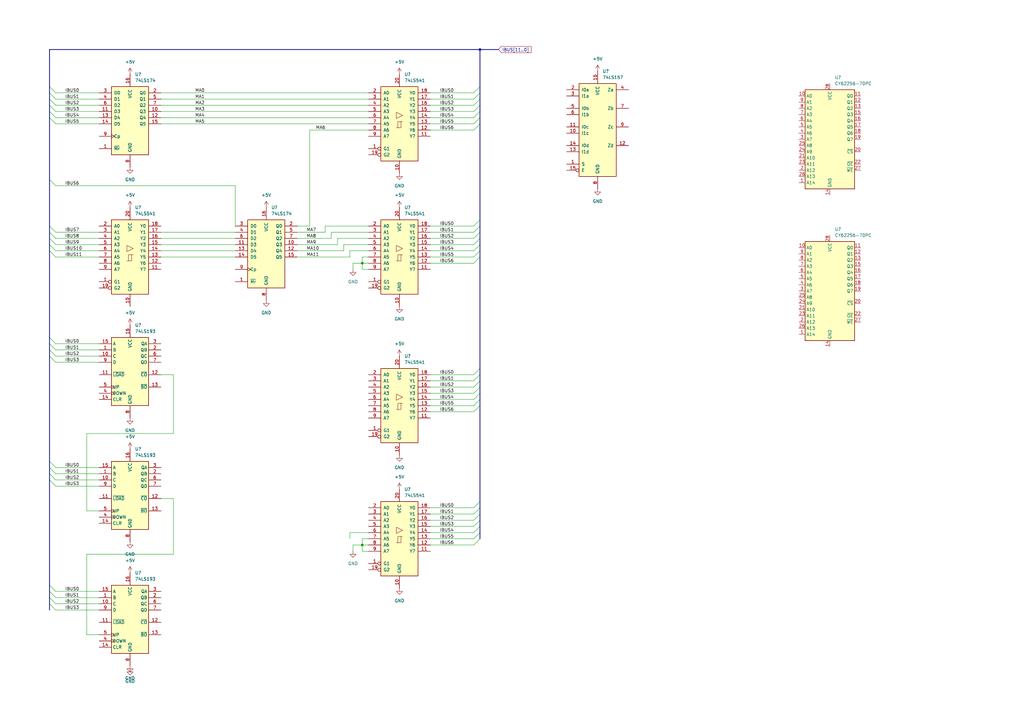
<source format=kicad_sch>
(kicad_sch (version 20211123) (generator eeschema)

  (uuid cc4b7597-1976-4b14-b00b-71951e1e58a7)

  (paper "A3")

  (title_block
    (title "Ale PDP8 Try 4")
    (date "2023-03-10")
  )

  (lib_symbols
    (symbol "74xx:74LS157" (pin_names (offset 1.016)) (in_bom yes) (on_board yes)
      (property "Reference" "U" (id 0) (at -7.62 19.05 0)
        (effects (font (size 1.27 1.27)))
      )
      (property "Value" "74LS157" (id 1) (at -7.62 -21.59 0)
        (effects (font (size 1.27 1.27)))
      )
      (property "Footprint" "" (id 2) (at 0 0 0)
        (effects (font (size 1.27 1.27)) hide)
      )
      (property "Datasheet" "http://www.ti.com/lit/gpn/sn74LS157" (id 3) (at 0 0 0)
        (effects (font (size 1.27 1.27)) hide)
      )
      (property "ki_locked" "" (id 4) (at 0 0 0)
        (effects (font (size 1.27 1.27)))
      )
      (property "ki_keywords" "TTL MUX MUX2" (id 5) (at 0 0 0)
        (effects (font (size 1.27 1.27)) hide)
      )
      (property "ki_description" "Quad 2 to 1 line Multiplexer" (id 6) (at 0 0 0)
        (effects (font (size 1.27 1.27)) hide)
      )
      (property "ki_fp_filters" "DIP?16*" (id 7) (at 0 0 0)
        (effects (font (size 1.27 1.27)) hide)
      )
      (symbol "74LS157_1_0"
        (pin input line (at -12.7 -15.24 0) (length 5.08)
          (name "S" (effects (font (size 1.27 1.27))))
          (number "1" (effects (font (size 1.27 1.27))))
        )
        (pin input line (at -12.7 -2.54 0) (length 5.08)
          (name "I1c" (effects (font (size 1.27 1.27))))
          (number "10" (effects (font (size 1.27 1.27))))
        )
        (pin input line (at -12.7 0 0) (length 5.08)
          (name "I0c" (effects (font (size 1.27 1.27))))
          (number "11" (effects (font (size 1.27 1.27))))
        )
        (pin output line (at 12.7 -7.62 180) (length 5.08)
          (name "Zd" (effects (font (size 1.27 1.27))))
          (number "12" (effects (font (size 1.27 1.27))))
        )
        (pin input line (at -12.7 -10.16 0) (length 5.08)
          (name "I1d" (effects (font (size 1.27 1.27))))
          (number "13" (effects (font (size 1.27 1.27))))
        )
        (pin input line (at -12.7 -7.62 0) (length 5.08)
          (name "I0d" (effects (font (size 1.27 1.27))))
          (number "14" (effects (font (size 1.27 1.27))))
        )
        (pin input inverted (at -12.7 -17.78 0) (length 5.08)
          (name "E" (effects (font (size 1.27 1.27))))
          (number "15" (effects (font (size 1.27 1.27))))
        )
        (pin power_in line (at 0 22.86 270) (length 5.08)
          (name "VCC" (effects (font (size 1.27 1.27))))
          (number "16" (effects (font (size 1.27 1.27))))
        )
        (pin input line (at -12.7 15.24 0) (length 5.08)
          (name "I0a" (effects (font (size 1.27 1.27))))
          (number "2" (effects (font (size 1.27 1.27))))
        )
        (pin input line (at -12.7 12.7 0) (length 5.08)
          (name "I1a" (effects (font (size 1.27 1.27))))
          (number "3" (effects (font (size 1.27 1.27))))
        )
        (pin output line (at 12.7 15.24 180) (length 5.08)
          (name "Za" (effects (font (size 1.27 1.27))))
          (number "4" (effects (font (size 1.27 1.27))))
        )
        (pin input line (at -12.7 7.62 0) (length 5.08)
          (name "I0b" (effects (font (size 1.27 1.27))))
          (number "5" (effects (font (size 1.27 1.27))))
        )
        (pin input line (at -12.7 5.08 0) (length 5.08)
          (name "I1b" (effects (font (size 1.27 1.27))))
          (number "6" (effects (font (size 1.27 1.27))))
        )
        (pin output line (at 12.7 7.62 180) (length 5.08)
          (name "Zb" (effects (font (size 1.27 1.27))))
          (number "7" (effects (font (size 1.27 1.27))))
        )
        (pin power_in line (at 0 -25.4 90) (length 5.08)
          (name "GND" (effects (font (size 1.27 1.27))))
          (number "8" (effects (font (size 1.27 1.27))))
        )
        (pin output line (at 12.7 0 180) (length 5.08)
          (name "Zc" (effects (font (size 1.27 1.27))))
          (number "9" (effects (font (size 1.27 1.27))))
        )
      )
      (symbol "74LS157_1_1"
        (rectangle (start -7.62 17.78) (end 7.62 -20.32)
          (stroke (width 0.254) (type default) (color 0 0 0 0))
          (fill (type background))
        )
      )
    )
    (symbol "74xx:74LS174" (pin_names (offset 1.016)) (in_bom yes) (on_board yes)
      (property "Reference" "U" (id 0) (at -7.62 13.97 0)
        (effects (font (size 1.27 1.27)))
      )
      (property "Value" "74LS174" (id 1) (at -7.62 -16.51 0)
        (effects (font (size 1.27 1.27)))
      )
      (property "Footprint" "" (id 2) (at 0 0 0)
        (effects (font (size 1.27 1.27)) hide)
      )
      (property "Datasheet" "http://www.ti.com/lit/gpn/sn74LS174" (id 3) (at 0 0 0)
        (effects (font (size 1.27 1.27)) hide)
      )
      (property "ki_locked" "" (id 4) (at 0 0 0)
        (effects (font (size 1.27 1.27)))
      )
      (property "ki_keywords" "TTL REG REG6 DFF" (id 5) (at 0 0 0)
        (effects (font (size 1.27 1.27)) hide)
      )
      (property "ki_description" "Hex D-type Flip-Flop, reset" (id 6) (at 0 0 0)
        (effects (font (size 1.27 1.27)) hide)
      )
      (property "ki_fp_filters" "DIP?16*" (id 7) (at 0 0 0)
        (effects (font (size 1.27 1.27)) hide)
      )
      (symbol "74LS174_1_0"
        (pin input line (at -12.7 -12.7 0) (length 5.08)
          (name "~{Mr}" (effects (font (size 1.27 1.27))))
          (number "1" (effects (font (size 1.27 1.27))))
        )
        (pin output line (at 12.7 2.54 180) (length 5.08)
          (name "Q3" (effects (font (size 1.27 1.27))))
          (number "10" (effects (font (size 1.27 1.27))))
        )
        (pin input line (at -12.7 2.54 0) (length 5.08)
          (name "D3" (effects (font (size 1.27 1.27))))
          (number "11" (effects (font (size 1.27 1.27))))
        )
        (pin output line (at 12.7 0 180) (length 5.08)
          (name "Q4" (effects (font (size 1.27 1.27))))
          (number "12" (effects (font (size 1.27 1.27))))
        )
        (pin input line (at -12.7 0 0) (length 5.08)
          (name "D4" (effects (font (size 1.27 1.27))))
          (number "13" (effects (font (size 1.27 1.27))))
        )
        (pin input line (at -12.7 -2.54 0) (length 5.08)
          (name "D5" (effects (font (size 1.27 1.27))))
          (number "14" (effects (font (size 1.27 1.27))))
        )
        (pin output line (at 12.7 -2.54 180) (length 5.08)
          (name "Q5" (effects (font (size 1.27 1.27))))
          (number "15" (effects (font (size 1.27 1.27))))
        )
        (pin power_in line (at 0 17.78 270) (length 5.08)
          (name "VCC" (effects (font (size 1.27 1.27))))
          (number "16" (effects (font (size 1.27 1.27))))
        )
        (pin output line (at 12.7 10.16 180) (length 5.08)
          (name "Q0" (effects (font (size 1.27 1.27))))
          (number "2" (effects (font (size 1.27 1.27))))
        )
        (pin input line (at -12.7 10.16 0) (length 5.08)
          (name "D0" (effects (font (size 1.27 1.27))))
          (number "3" (effects (font (size 1.27 1.27))))
        )
        (pin input line (at -12.7 7.62 0) (length 5.08)
          (name "D1" (effects (font (size 1.27 1.27))))
          (number "4" (effects (font (size 1.27 1.27))))
        )
        (pin output line (at 12.7 7.62 180) (length 5.08)
          (name "Q1" (effects (font (size 1.27 1.27))))
          (number "5" (effects (font (size 1.27 1.27))))
        )
        (pin input line (at -12.7 5.08 0) (length 5.08)
          (name "D2" (effects (font (size 1.27 1.27))))
          (number "6" (effects (font (size 1.27 1.27))))
        )
        (pin output line (at 12.7 5.08 180) (length 5.08)
          (name "Q2" (effects (font (size 1.27 1.27))))
          (number "7" (effects (font (size 1.27 1.27))))
        )
        (pin power_in line (at 0 -20.32 90) (length 5.08)
          (name "GND" (effects (font (size 1.27 1.27))))
          (number "8" (effects (font (size 1.27 1.27))))
        )
        (pin input clock (at -12.7 -7.62 0) (length 5.08)
          (name "Cp" (effects (font (size 1.27 1.27))))
          (number "9" (effects (font (size 1.27 1.27))))
        )
      )
      (symbol "74LS174_1_1"
        (rectangle (start -7.62 12.7) (end 7.62 -15.24)
          (stroke (width 0.254) (type default) (color 0 0 0 0))
          (fill (type background))
        )
      )
    )
    (symbol "74xx:74LS193" (in_bom yes) (on_board yes)
      (property "Reference" "U" (id 0) (at -7.62 13.97 0)
        (effects (font (size 1.27 1.27)))
      )
      (property "Value" "74LS193" (id 1) (at 5.08 13.97 0)
        (effects (font (size 1.27 1.27)))
      )
      (property "Footprint" "" (id 2) (at 0 0 0)
        (effects (font (size 1.27 1.27)) hide)
      )
      (property "Datasheet" "http://www.ti.com/lit/ds/symlink/sn74ls193.pdf" (id 3) (at 0 0 0)
        (effects (font (size 1.27 1.27)) hide)
      )
      (property "ki_keywords" "TTL CNT CNT4" (id 4) (at 0 0 0)
        (effects (font (size 1.27 1.27)) hide)
      )
      (property "ki_description" "Synchronous 4-bit Up/Down (2 clk) counter" (id 5) (at 0 0 0)
        (effects (font (size 1.27 1.27)) hide)
      )
      (property "ki_fp_filters" "SOIC*3.9x9.9mm*P1.27mm* DIP*W7.62mm*" (id 6) (at 0 0 0)
        (effects (font (size 1.27 1.27)) hide)
      )
      (symbol "74LS193_1_0"
        (pin input line (at -12.7 7.62 0) (length 5.08)
          (name "B" (effects (font (size 1.27 1.27))))
          (number "1" (effects (font (size 1.27 1.27))))
        )
        (pin input line (at -12.7 5.08 0) (length 5.08)
          (name "C" (effects (font (size 1.27 1.27))))
          (number "10" (effects (font (size 1.27 1.27))))
        )
        (pin input line (at -12.7 -2.54 0) (length 5.08)
          (name "~{LOAD}" (effects (font (size 1.27 1.27))))
          (number "11" (effects (font (size 1.27 1.27))))
        )
        (pin output line (at 12.7 -2.54 180) (length 5.08)
          (name "~{CO}" (effects (font (size 1.27 1.27))))
          (number "12" (effects (font (size 1.27 1.27))))
        )
        (pin output line (at 12.7 -7.62 180) (length 5.08)
          (name "~{BO}" (effects (font (size 1.27 1.27))))
          (number "13" (effects (font (size 1.27 1.27))))
        )
        (pin input line (at -12.7 -12.7 0) (length 5.08)
          (name "CLR" (effects (font (size 1.27 1.27))))
          (number "14" (effects (font (size 1.27 1.27))))
        )
        (pin input line (at -12.7 10.16 0) (length 5.08)
          (name "A" (effects (font (size 1.27 1.27))))
          (number "15" (effects (font (size 1.27 1.27))))
        )
        (pin power_in line (at 0 17.78 270) (length 5.08)
          (name "VCC" (effects (font (size 1.27 1.27))))
          (number "16" (effects (font (size 1.27 1.27))))
        )
        (pin output line (at 12.7 7.62 180) (length 5.08)
          (name "QB" (effects (font (size 1.27 1.27))))
          (number "2" (effects (font (size 1.27 1.27))))
        )
        (pin output line (at 12.7 10.16 180) (length 5.08)
          (name "QA" (effects (font (size 1.27 1.27))))
          (number "3" (effects (font (size 1.27 1.27))))
        )
        (pin input clock (at -12.7 -10.16 0) (length 5.08)
          (name "DOWN" (effects (font (size 1.27 1.27))))
          (number "4" (effects (font (size 1.27 1.27))))
        )
        (pin input clock (at -12.7 -7.62 0) (length 5.08)
          (name "UP" (effects (font (size 1.27 1.27))))
          (number "5" (effects (font (size 1.27 1.27))))
        )
        (pin output line (at 12.7 5.08 180) (length 5.08)
          (name "QC" (effects (font (size 1.27 1.27))))
          (number "6" (effects (font (size 1.27 1.27))))
        )
        (pin output line (at 12.7 2.54 180) (length 5.08)
          (name "QD" (effects (font (size 1.27 1.27))))
          (number "7" (effects (font (size 1.27 1.27))))
        )
        (pin power_in line (at 0 -20.32 90) (length 5.08)
          (name "GND" (effects (font (size 1.27 1.27))))
          (number "8" (effects (font (size 1.27 1.27))))
        )
        (pin input line (at -12.7 2.54 0) (length 5.08)
          (name "D" (effects (font (size 1.27 1.27))))
          (number "9" (effects (font (size 1.27 1.27))))
        )
      )
      (symbol "74LS193_1_1"
        (rectangle (start -7.62 12.7) (end 7.62 -15.24)
          (stroke (width 0.254) (type default) (color 0 0 0 0))
          (fill (type background))
        )
      )
    )
    (symbol "74xx:74LS541" (pin_names (offset 1.016)) (in_bom yes) (on_board yes)
      (property "Reference" "U" (id 0) (at -7.62 16.51 0)
        (effects (font (size 1.27 1.27)))
      )
      (property "Value" "74LS541" (id 1) (at -7.62 -16.51 0)
        (effects (font (size 1.27 1.27)))
      )
      (property "Footprint" "" (id 2) (at 0 0 0)
        (effects (font (size 1.27 1.27)) hide)
      )
      (property "Datasheet" "http://www.ti.com/lit/gpn/sn74LS541" (id 3) (at 0 0 0)
        (effects (font (size 1.27 1.27)) hide)
      )
      (property "ki_locked" "" (id 4) (at 0 0 0)
        (effects (font (size 1.27 1.27)))
      )
      (property "ki_keywords" "TTL BUFFER 3State BUS" (id 5) (at 0 0 0)
        (effects (font (size 1.27 1.27)) hide)
      )
      (property "ki_description" "8-bit Buffer/Line Driver 3-state outputs" (id 6) (at 0 0 0)
        (effects (font (size 1.27 1.27)) hide)
      )
      (property "ki_fp_filters" "DIP?20*" (id 7) (at 0 0 0)
        (effects (font (size 1.27 1.27)) hide)
      )
      (symbol "74LS541_1_0"
        (polyline
          (pts
            (xy -0.635 -1.6002)
            (xy -0.635 0.9398)
            (xy 0.635 0.9398)
          )
          (stroke (width 0) (type default) (color 0 0 0 0))
          (fill (type none))
        )
        (polyline
          (pts
            (xy -1.27 -1.6002)
            (xy 0.635 -1.6002)
            (xy 0.635 0.9398)
            (xy 1.27 0.9398)
          )
          (stroke (width 0) (type default) (color 0 0 0 0))
          (fill (type none))
        )
        (polyline
          (pts
            (xy 1.27 3.4798)
            (xy -1.27 4.7498)
            (xy -1.27 2.2098)
            (xy 1.27 3.4798)
          )
          (stroke (width 0.1524) (type default) (color 0 0 0 0))
          (fill (type none))
        )
        (pin input inverted (at -12.7 -10.16 0) (length 5.08)
          (name "G1" (effects (font (size 1.27 1.27))))
          (number "1" (effects (font (size 1.27 1.27))))
        )
        (pin power_in line (at 0 -20.32 90) (length 5.08)
          (name "GND" (effects (font (size 1.27 1.27))))
          (number "10" (effects (font (size 1.27 1.27))))
        )
        (pin tri_state line (at 12.7 -5.08 180) (length 5.08)
          (name "Y7" (effects (font (size 1.27 1.27))))
          (number "11" (effects (font (size 1.27 1.27))))
        )
        (pin tri_state line (at 12.7 -2.54 180) (length 5.08)
          (name "Y6" (effects (font (size 1.27 1.27))))
          (number "12" (effects (font (size 1.27 1.27))))
        )
        (pin tri_state line (at 12.7 0 180) (length 5.08)
          (name "Y5" (effects (font (size 1.27 1.27))))
          (number "13" (effects (font (size 1.27 1.27))))
        )
        (pin tri_state line (at 12.7 2.54 180) (length 5.08)
          (name "Y4" (effects (font (size 1.27 1.27))))
          (number "14" (effects (font (size 1.27 1.27))))
        )
        (pin tri_state line (at 12.7 5.08 180) (length 5.08)
          (name "Y3" (effects (font (size 1.27 1.27))))
          (number "15" (effects (font (size 1.27 1.27))))
        )
        (pin tri_state line (at 12.7 7.62 180) (length 5.08)
          (name "Y2" (effects (font (size 1.27 1.27))))
          (number "16" (effects (font (size 1.27 1.27))))
        )
        (pin tri_state line (at 12.7 10.16 180) (length 5.08)
          (name "Y1" (effects (font (size 1.27 1.27))))
          (number "17" (effects (font (size 1.27 1.27))))
        )
        (pin tri_state line (at 12.7 12.7 180) (length 5.08)
          (name "Y0" (effects (font (size 1.27 1.27))))
          (number "18" (effects (font (size 1.27 1.27))))
        )
        (pin input inverted (at -12.7 -12.7 0) (length 5.08)
          (name "G2" (effects (font (size 1.27 1.27))))
          (number "19" (effects (font (size 1.27 1.27))))
        )
        (pin input line (at -12.7 12.7 0) (length 5.08)
          (name "A0" (effects (font (size 1.27 1.27))))
          (number "2" (effects (font (size 1.27 1.27))))
        )
        (pin power_in line (at 0 20.32 270) (length 5.08)
          (name "VCC" (effects (font (size 1.27 1.27))))
          (number "20" (effects (font (size 1.27 1.27))))
        )
        (pin input line (at -12.7 10.16 0) (length 5.08)
          (name "A1" (effects (font (size 1.27 1.27))))
          (number "3" (effects (font (size 1.27 1.27))))
        )
        (pin input line (at -12.7 7.62 0) (length 5.08)
          (name "A2" (effects (font (size 1.27 1.27))))
          (number "4" (effects (font (size 1.27 1.27))))
        )
        (pin input line (at -12.7 5.08 0) (length 5.08)
          (name "A3" (effects (font (size 1.27 1.27))))
          (number "5" (effects (font (size 1.27 1.27))))
        )
        (pin input line (at -12.7 2.54 0) (length 5.08)
          (name "A4" (effects (font (size 1.27 1.27))))
          (number "6" (effects (font (size 1.27 1.27))))
        )
        (pin input line (at -12.7 0 0) (length 5.08)
          (name "A5" (effects (font (size 1.27 1.27))))
          (number "7" (effects (font (size 1.27 1.27))))
        )
        (pin input line (at -12.7 -2.54 0) (length 5.08)
          (name "A6" (effects (font (size 1.27 1.27))))
          (number "8" (effects (font (size 1.27 1.27))))
        )
        (pin input line (at -12.7 -5.08 0) (length 5.08)
          (name "A7" (effects (font (size 1.27 1.27))))
          (number "9" (effects (font (size 1.27 1.27))))
        )
      )
      (symbol "74LS541_1_1"
        (rectangle (start -7.62 15.24) (end 7.62 -15.24)
          (stroke (width 0.254) (type default) (color 0 0 0 0))
          (fill (type background))
        )
      )
    )
    (symbol "Memory_RAM:CY62256-70PC" (in_bom yes) (on_board yes)
      (property "Reference" "U" (id 0) (at -10.16 20.955 0)
        (effects (font (size 1.27 1.27)) (justify left bottom))
      )
      (property "Value" "CY62256-70PC" (id 1) (at 2.54 20.955 0)
        (effects (font (size 1.27 1.27)) (justify left bottom))
      )
      (property "Footprint" "Package_DIP:DIP-28_W15.24mm" (id 2) (at 0 -2.54 0)
        (effects (font (size 1.27 1.27)) hide)
      )
      (property "Datasheet" "https://ecee.colorado.edu/~mcclurel/Cypress_SRAM_CY62256.pdf" (id 3) (at 0 -2.54 0)
        (effects (font (size 1.27 1.27)) hide)
      )
      (property "ki_keywords" "RAM SRAM CMOS MEMORY" (id 4) (at 0 0 0)
        (effects (font (size 1.27 1.27)) hide)
      )
      (property "ki_description" "256K (32K x 8) Static RAM, 70ns, DIP-28" (id 5) (at 0 0 0)
        (effects (font (size 1.27 1.27)) hide)
      )
      (property "ki_fp_filters" "DIP*W15.24mm*" (id 6) (at 0 0 0)
        (effects (font (size 1.27 1.27)) hide)
      )
      (symbol "CY62256-70PC_0_0"
        (pin power_in line (at 0 -22.86 90) (length 2.54)
          (name "GND" (effects (font (size 1.27 1.27))))
          (number "14" (effects (font (size 1.27 1.27))))
        )
        (pin power_in line (at 0 22.86 270) (length 2.54)
          (name "VCC" (effects (font (size 1.27 1.27))))
          (number "28" (effects (font (size 1.27 1.27))))
        )
      )
      (symbol "CY62256-70PC_0_1"
        (rectangle (start -10.16 20.32) (end 10.16 -20.32)
          (stroke (width 0.254) (type default) (color 0 0 0 0))
          (fill (type background))
        )
      )
      (symbol "CY62256-70PC_1_1"
        (pin input line (at -12.7 -17.78 0) (length 2.54)
          (name "A14" (effects (font (size 1.27 1.27))))
          (number "1" (effects (font (size 1.27 1.27))))
        )
        (pin input line (at -12.7 17.78 0) (length 2.54)
          (name "A0" (effects (font (size 1.27 1.27))))
          (number "10" (effects (font (size 1.27 1.27))))
        )
        (pin tri_state line (at 12.7 17.78 180) (length 2.54)
          (name "Q0" (effects (font (size 1.27 1.27))))
          (number "11" (effects (font (size 1.27 1.27))))
        )
        (pin tri_state line (at 12.7 15.24 180) (length 2.54)
          (name "Q1" (effects (font (size 1.27 1.27))))
          (number "12" (effects (font (size 1.27 1.27))))
        )
        (pin tri_state line (at 12.7 12.7 180) (length 2.54)
          (name "Q2" (effects (font (size 1.27 1.27))))
          (number "13" (effects (font (size 1.27 1.27))))
        )
        (pin tri_state line (at 12.7 10.16 180) (length 2.54)
          (name "Q3" (effects (font (size 1.27 1.27))))
          (number "15" (effects (font (size 1.27 1.27))))
        )
        (pin tri_state line (at 12.7 7.62 180) (length 2.54)
          (name "Q4" (effects (font (size 1.27 1.27))))
          (number "16" (effects (font (size 1.27 1.27))))
        )
        (pin tri_state line (at 12.7 5.08 180) (length 2.54)
          (name "Q5" (effects (font (size 1.27 1.27))))
          (number "17" (effects (font (size 1.27 1.27))))
        )
        (pin tri_state line (at 12.7 2.54 180) (length 2.54)
          (name "Q6" (effects (font (size 1.27 1.27))))
          (number "18" (effects (font (size 1.27 1.27))))
        )
        (pin tri_state line (at 12.7 0 180) (length 2.54)
          (name "Q7" (effects (font (size 1.27 1.27))))
          (number "19" (effects (font (size 1.27 1.27))))
        )
        (pin input line (at -12.7 -12.7 0) (length 2.54)
          (name "A12" (effects (font (size 1.27 1.27))))
          (number "2" (effects (font (size 1.27 1.27))))
        )
        (pin input line (at 12.7 -5.08 180) (length 2.54)
          (name "~{CS}" (effects (font (size 1.27 1.27))))
          (number "20" (effects (font (size 1.27 1.27))))
        )
        (pin input line (at -12.7 -7.62 0) (length 2.54)
          (name "A10" (effects (font (size 1.27 1.27))))
          (number "21" (effects (font (size 1.27 1.27))))
        )
        (pin input line (at 12.7 -10.16 180) (length 2.54)
          (name "~{OE}" (effects (font (size 1.27 1.27))))
          (number "22" (effects (font (size 1.27 1.27))))
        )
        (pin input line (at -12.7 -10.16 0) (length 2.54)
          (name "A11" (effects (font (size 1.27 1.27))))
          (number "23" (effects (font (size 1.27 1.27))))
        )
        (pin input line (at -12.7 -5.08 0) (length 2.54)
          (name "A9" (effects (font (size 1.27 1.27))))
          (number "24" (effects (font (size 1.27 1.27))))
        )
        (pin input line (at -12.7 -2.54 0) (length 2.54)
          (name "A8" (effects (font (size 1.27 1.27))))
          (number "25" (effects (font (size 1.27 1.27))))
        )
        (pin input line (at -12.7 -15.24 0) (length 2.54)
          (name "A13" (effects (font (size 1.27 1.27))))
          (number "26" (effects (font (size 1.27 1.27))))
        )
        (pin input line (at 12.7 -12.7 180) (length 2.54)
          (name "~{WE}" (effects (font (size 1.27 1.27))))
          (number "27" (effects (font (size 1.27 1.27))))
        )
        (pin input line (at -12.7 0 0) (length 2.54)
          (name "A7" (effects (font (size 1.27 1.27))))
          (number "3" (effects (font (size 1.27 1.27))))
        )
        (pin input line (at -12.7 2.54 0) (length 2.54)
          (name "A6" (effects (font (size 1.27 1.27))))
          (number "4" (effects (font (size 1.27 1.27))))
        )
        (pin input line (at -12.7 5.08 0) (length 2.54)
          (name "A5" (effects (font (size 1.27 1.27))))
          (number "5" (effects (font (size 1.27 1.27))))
        )
        (pin input line (at -12.7 7.62 0) (length 2.54)
          (name "A4" (effects (font (size 1.27 1.27))))
          (number "6" (effects (font (size 1.27 1.27))))
        )
        (pin input line (at -12.7 10.16 0) (length 2.54)
          (name "A3" (effects (font (size 1.27 1.27))))
          (number "7" (effects (font (size 1.27 1.27))))
        )
        (pin input line (at -12.7 12.7 0) (length 2.54)
          (name "A2" (effects (font (size 1.27 1.27))))
          (number "8" (effects (font (size 1.27 1.27))))
        )
        (pin input line (at -12.7 15.24 0) (length 2.54)
          (name "A1" (effects (font (size 1.27 1.27))))
          (number "9" (effects (font (size 1.27 1.27))))
        )
      )
    )
    (symbol "power:+5V" (power) (pin_names (offset 0)) (in_bom yes) (on_board yes)
      (property "Reference" "#PWR" (id 0) (at 0 -3.81 0)
        (effects (font (size 1.27 1.27)) hide)
      )
      (property "Value" "+5V" (id 1) (at 0 3.556 0)
        (effects (font (size 1.27 1.27)))
      )
      (property "Footprint" "" (id 2) (at 0 0 0)
        (effects (font (size 1.27 1.27)) hide)
      )
      (property "Datasheet" "" (id 3) (at 0 0 0)
        (effects (font (size 1.27 1.27)) hide)
      )
      (property "ki_keywords" "global power" (id 4) (at 0 0 0)
        (effects (font (size 1.27 1.27)) hide)
      )
      (property "ki_description" "Power symbol creates a global label with name \"+5V\"" (id 5) (at 0 0 0)
        (effects (font (size 1.27 1.27)) hide)
      )
      (symbol "+5V_0_1"
        (polyline
          (pts
            (xy -0.762 1.27)
            (xy 0 2.54)
          )
          (stroke (width 0) (type default) (color 0 0 0 0))
          (fill (type none))
        )
        (polyline
          (pts
            (xy 0 0)
            (xy 0 2.54)
          )
          (stroke (width 0) (type default) (color 0 0 0 0))
          (fill (type none))
        )
        (polyline
          (pts
            (xy 0 2.54)
            (xy 0.762 1.27)
          )
          (stroke (width 0) (type default) (color 0 0 0 0))
          (fill (type none))
        )
      )
      (symbol "+5V_1_1"
        (pin power_in line (at 0 0 90) (length 0) hide
          (name "+5V" (effects (font (size 1.27 1.27))))
          (number "1" (effects (font (size 1.27 1.27))))
        )
      )
    )
    (symbol "power:GND" (power) (pin_names (offset 0)) (in_bom yes) (on_board yes)
      (property "Reference" "#PWR" (id 0) (at 0 -6.35 0)
        (effects (font (size 1.27 1.27)) hide)
      )
      (property "Value" "GND" (id 1) (at 0 -3.81 0)
        (effects (font (size 1.27 1.27)))
      )
      (property "Footprint" "" (id 2) (at 0 0 0)
        (effects (font (size 1.27 1.27)) hide)
      )
      (property "Datasheet" "" (id 3) (at 0 0 0)
        (effects (font (size 1.27 1.27)) hide)
      )
      (property "ki_keywords" "global power" (id 4) (at 0 0 0)
        (effects (font (size 1.27 1.27)) hide)
      )
      (property "ki_description" "Power symbol creates a global label with name \"GND\" , ground" (id 5) (at 0 0 0)
        (effects (font (size 1.27 1.27)) hide)
      )
      (symbol "GND_0_1"
        (polyline
          (pts
            (xy 0 0)
            (xy 0 -1.27)
            (xy 1.27 -1.27)
            (xy 0 -2.54)
            (xy -1.27 -1.27)
            (xy 0 -1.27)
          )
          (stroke (width 0) (type default) (color 0 0 0 0))
          (fill (type none))
        )
      )
      (symbol "GND_1_1"
        (pin power_in line (at 0 0 270) (length 0) hide
          (name "GND" (effects (font (size 1.27 1.27))))
          (number "1" (effects (font (size 1.27 1.27))))
        )
      )
    )
  )

  (junction (at 148.59 107.95) (diameter 0) (color 0 0 0 0)
    (uuid 0c286177-07db-4776-aed8-8c2de33a15b5)
  )
  (junction (at 196.85 20.32) (diameter 0) (color 0 0 0 0)
    (uuid 9da04a66-2d0d-4b5d-840c-9805deebfd9a)
  )
  (junction (at 148.59 223.52) (diameter 0) (color 0 0 0 0)
    (uuid df9660c7-8b5c-44a0-bebd-cf78c1bfa969)
  )

  (bus_entry (at 196.85 158.75) (size -2.54 2.54)
    (stroke (width 0) (type default) (color 0 0 0 0))
    (uuid 099e9ae0-76ea-4f08-ac9e-4352e00937ba)
  )
  (bus_entry (at 196.85 100.33) (size -2.54 2.54)
    (stroke (width 0) (type default) (color 0 0 0 0))
    (uuid 0d273b33-3472-407f-8243-2937f5d5c76a)
  )
  (bus_entry (at 20.32 247.65) (size 2.54 2.54)
    (stroke (width 0) (type default) (color 0 0 0 0))
    (uuid 13a23360-30cb-46bf-b9af-a0fdbff4a796)
  )
  (bus_entry (at 20.32 100.33) (size 2.54 2.54)
    (stroke (width 0) (type default) (color 0 0 0 0))
    (uuid 14661d73-b90c-4a48-813a-2fb17878f203)
  )
  (bus_entry (at 20.32 240.03) (size 2.54 2.54)
    (stroke (width 0) (type default) (color 0 0 0 0))
    (uuid 147c2408-ee87-42a9-824d-3b7d9cb16d17)
  )
  (bus_entry (at 196.85 163.83) (size -2.54 2.54)
    (stroke (width 0) (type default) (color 0 0 0 0))
    (uuid 23427492-1fc5-4bd9-bd2a-972e79afabc1)
  )
  (bus_entry (at 20.32 43.18) (size 2.54 2.54)
    (stroke (width 0) (type default) (color 0 0 0 0))
    (uuid 301f787c-f46c-4a08-b4f6-b591b335ec08)
  )
  (bus_entry (at 20.32 97.79) (size 2.54 2.54)
    (stroke (width 0) (type default) (color 0 0 0 0))
    (uuid 33b73856-68f4-4526-ad76-9d65043ded10)
  )
  (bus_entry (at 196.85 48.26) (size -2.54 2.54)
    (stroke (width 0) (type default) (color 0 0 0 0))
    (uuid 45d9b9c2-53df-4934-aaff-274ae41e4876)
  )
  (bus_entry (at 20.32 38.1) (size 2.54 2.54)
    (stroke (width 0) (type default) (color 0 0 0 0))
    (uuid 47d838ca-0e26-466a-8409-548e60d8107b)
  )
  (bus_entry (at 196.85 218.44) (size -2.54 2.54)
    (stroke (width 0) (type default) (color 0 0 0 0))
    (uuid 498486f5-d4fd-4f39-8564-54a47baea626)
  )
  (bus_entry (at 20.32 146.05) (size 2.54 2.54)
    (stroke (width 0) (type default) (color 0 0 0 0))
    (uuid 49cfed62-72fd-4e19-b9a4-200cbd194e7a)
  )
  (bus_entry (at 196.85 166.37) (size -2.54 2.54)
    (stroke (width 0) (type default) (color 0 0 0 0))
    (uuid 4cce3e1b-1ae9-4788-9b86-85089209193b)
  )
  (bus_entry (at 20.32 102.87) (size 2.54 2.54)
    (stroke (width 0) (type default) (color 0 0 0 0))
    (uuid 4d467804-5ec7-4e8d-a062-9e09cfba01ea)
  )
  (bus_entry (at 196.85 156.21) (size -2.54 2.54)
    (stroke (width 0) (type default) (color 0 0 0 0))
    (uuid 4fd14e57-5e07-45e9-9ef1-39f057b9a5de)
  )
  (bus_entry (at 20.32 138.43) (size 2.54 2.54)
    (stroke (width 0) (type default) (color 0 0 0 0))
    (uuid 549a585d-f776-4534-9919-e2b6cbc8b949)
  )
  (bus_entry (at 20.32 45.72) (size 2.54 2.54)
    (stroke (width 0) (type default) (color 0 0 0 0))
    (uuid 5a8c9cf3-8be9-474f-8b76-e3426b104def)
  )
  (bus_entry (at 20.32 92.71) (size 2.54 2.54)
    (stroke (width 0) (type default) (color 0 0 0 0))
    (uuid 5c362c57-7fad-4067-b3ac-d81417758060)
  )
  (bus_entry (at 20.32 140.97) (size 2.54 2.54)
    (stroke (width 0) (type default) (color 0 0 0 0))
    (uuid 611c2ab1-9f0b-42ce-9b67-3937e348ca65)
  )
  (bus_entry (at 196.85 38.1) (size -2.54 2.54)
    (stroke (width 0) (type default) (color 0 0 0 0))
    (uuid 696885fe-076b-4bad-ab72-c8adb063e03c)
  )
  (bus_entry (at 196.85 45.72) (size -2.54 2.54)
    (stroke (width 0) (type default) (color 0 0 0 0))
    (uuid 6b9dbcaf-ad26-4c36-979c-e8f8c0133283)
  )
  (bus_entry (at 196.85 97.79) (size -2.54 2.54)
    (stroke (width 0) (type default) (color 0 0 0 0))
    (uuid 6e1aa9e4-7542-49f3-8488-819c356d1e69)
  )
  (bus_entry (at 196.85 215.9) (size -2.54 2.54)
    (stroke (width 0) (type default) (color 0 0 0 0))
    (uuid 750a7eae-6832-411f-ab6c-6e78e5aa8fde)
  )
  (bus_entry (at 20.32 191.77) (size 2.54 2.54)
    (stroke (width 0) (type default) (color 0 0 0 0))
    (uuid 75c635fa-91f6-497d-96ca-29dc1cbcaded)
  )
  (bus_entry (at 196.85 90.17) (size -2.54 2.54)
    (stroke (width 0) (type default) (color 0 0 0 0))
    (uuid 75f31887-8ac1-49fb-9cde-f213665f41b1)
  )
  (bus_entry (at 20.32 189.23) (size 2.54 2.54)
    (stroke (width 0) (type default) (color 0 0 0 0))
    (uuid 76e9ad54-c8ab-4146-a872-a291bc5afa1f)
  )
  (bus_entry (at 196.85 205.74) (size -2.54 2.54)
    (stroke (width 0) (type default) (color 0 0 0 0))
    (uuid 7c470c4e-8ef3-4f36-9280-d38e00af959d)
  )
  (bus_entry (at 20.32 143.51) (size 2.54 2.54)
    (stroke (width 0) (type default) (color 0 0 0 0))
    (uuid 7dcaedf5-1ef3-498c-a6d6-7c6280f3d5f9)
  )
  (bus_entry (at 196.85 153.67) (size -2.54 2.54)
    (stroke (width 0) (type default) (color 0 0 0 0))
    (uuid 805cee28-1c2c-4459-aaa9-21b1944f0d9d)
  )
  (bus_entry (at 196.85 220.98) (size -2.54 2.54)
    (stroke (width 0) (type default) (color 0 0 0 0))
    (uuid 87d0ec9c-6a36-488f-8d18-cde3483a7838)
  )
  (bus_entry (at 196.85 161.29) (size -2.54 2.54)
    (stroke (width 0) (type default) (color 0 0 0 0))
    (uuid 8cac7eea-745a-43c3-8ee4-433385f8a03b)
  )
  (bus_entry (at 20.32 194.31) (size 2.54 2.54)
    (stroke (width 0) (type default) (color 0 0 0 0))
    (uuid 96ecd6cc-127d-4b9b-9f16-579ea4ab7533)
  )
  (bus_entry (at 196.85 92.71) (size -2.54 2.54)
    (stroke (width 0) (type default) (color 0 0 0 0))
    (uuid 98e5f914-6555-432f-82e3-1ac1b6eb5512)
  )
  (bus_entry (at 20.32 245.11) (size 2.54 2.54)
    (stroke (width 0) (type default) (color 0 0 0 0))
    (uuid 99270221-279b-4c23-9ddb-b056fcd1ee15)
  )
  (bus_entry (at 20.32 48.26) (size 2.54 2.54)
    (stroke (width 0) (type default) (color 0 0 0 0))
    (uuid a6b7e676-0e3d-42e8-b20f-4a16e0cc6691)
  )
  (bus_entry (at 20.32 73.66) (size 2.54 2.54)
    (stroke (width 0) (type default) (color 0 0 0 0))
    (uuid ae612d82-9bfe-4eeb-a4db-597b6d479945)
  )
  (bus_entry (at 196.85 35.56) (size -2.54 2.54)
    (stroke (width 0) (type default) (color 0 0 0 0))
    (uuid b79c47ab-f8dc-4081-91dc-0e710d7abb82)
  )
  (bus_entry (at 196.85 95.25) (size -2.54 2.54)
    (stroke (width 0) (type default) (color 0 0 0 0))
    (uuid b96a05f1-4419-4413-8016-80f3b9e11178)
  )
  (bus_entry (at 196.85 105.41) (size -2.54 2.54)
    (stroke (width 0) (type default) (color 0 0 0 0))
    (uuid c1f12a3f-a7d8-4f30-81b6-44c2e5a82c42)
  )
  (bus_entry (at 20.32 95.25) (size 2.54 2.54)
    (stroke (width 0) (type default) (color 0 0 0 0))
    (uuid cea6b4f2-0b68-4f7c-b5bc-c13c4017a812)
  )
  (bus_entry (at 20.32 242.57) (size 2.54 2.54)
    (stroke (width 0) (type default) (color 0 0 0 0))
    (uuid d7a9ba81-b90e-44a4-8fda-f49dd4746405)
  )
  (bus_entry (at 196.85 208.28) (size -2.54 2.54)
    (stroke (width 0) (type default) (color 0 0 0 0))
    (uuid d8b927d4-9b7a-4bea-a252-d7391a0ad988)
  )
  (bus_entry (at 20.32 35.56) (size 2.54 2.54)
    (stroke (width 0) (type default) (color 0 0 0 0))
    (uuid dcf61f87-1f10-4230-a0b1-14750ef38513)
  )
  (bus_entry (at 196.85 213.36) (size -2.54 2.54)
    (stroke (width 0) (type default) (color 0 0 0 0))
    (uuid de3e0a15-2dca-4c87-8677-31952f80e199)
  )
  (bus_entry (at 196.85 43.18) (size -2.54 2.54)
    (stroke (width 0) (type default) (color 0 0 0 0))
    (uuid e2345209-4040-4c46-a27b-cf4c16125300)
  )
  (bus_entry (at 20.32 40.64) (size 2.54 2.54)
    (stroke (width 0) (type default) (color 0 0 0 0))
    (uuid e294a05e-9705-4128-8487-46f38cb66fd7)
  )
  (bus_entry (at 196.85 102.87) (size -2.54 2.54)
    (stroke (width 0) (type default) (color 0 0 0 0))
    (uuid ec9bc1d4-0cdc-492d-8c50-9d43fbd5a12c)
  )
  (bus_entry (at 196.85 50.8) (size -2.54 2.54)
    (stroke (width 0) (type default) (color 0 0 0 0))
    (uuid f1a34963-e5a6-44a4-8f82-39d2e9421be0)
  )
  (bus_entry (at 196.85 40.64) (size -2.54 2.54)
    (stroke (width 0) (type default) (color 0 0 0 0))
    (uuid f26a4a84-dbf4-4743-8782-b80e3c847f91)
  )
  (bus_entry (at 196.85 210.82) (size -2.54 2.54)
    (stroke (width 0) (type default) (color 0 0 0 0))
    (uuid f3803e44-645e-455f-adaf-ce7100e6ced5)
  )
  (bus_entry (at 196.85 151.13) (size -2.54 2.54)
    (stroke (width 0) (type default) (color 0 0 0 0))
    (uuid fa361d9a-7f12-4d96-9d8d-60586aa0552f)
  )
  (bus_entry (at 20.32 196.85) (size 2.54 2.54)
    (stroke (width 0) (type default) (color 0 0 0 0))
    (uuid fd09ab0a-734d-413e-9544-a21dd25705dc)
  )

  (wire (pts (xy 22.86 48.26) (xy 40.64 48.26))
    (stroke (width 0) (type default) (color 0 0 0 0))
    (uuid 03d15091-efb8-4d4b-be7f-6b4207619425)
  )
  (bus (pts (xy 196.85 48.26) (xy 196.85 50.8))
    (stroke (width 0) (type default) (color 0 0 0 0))
    (uuid 047f205b-f11f-4691-bcdd-759ec6b12034)
  )

  (wire (pts (xy 135.89 95.25) (xy 135.89 97.79))
    (stroke (width 0) (type default) (color 0 0 0 0))
    (uuid 050e56b1-e135-4021-be0f-d425e85c238f)
  )
  (bus (pts (xy 196.85 210.82) (xy 196.85 213.36))
    (stroke (width 0) (type default) (color 0 0 0 0))
    (uuid 05f06953-ffeb-4429-a5d8-c3c78f9e28b7)
  )
  (bus (pts (xy 20.32 146.05) (xy 20.32 189.23))
    (stroke (width 0) (type default) (color 0 0 0 0))
    (uuid 06227ea1-6458-433b-8b4c-54f000683e51)
  )

  (wire (pts (xy 71.12 153.67) (xy 66.04 153.67))
    (stroke (width 0) (type default) (color 0 0 0 0))
    (uuid 0bdc3fab-561d-4ae7-898b-2ad5f3ea7c30)
  )
  (bus (pts (xy 20.32 242.57) (xy 20.32 240.03))
    (stroke (width 0) (type default) (color 0 0 0 0))
    (uuid 0c1bcb35-512d-4f4b-ab68-90ce50a55c76)
  )

  (wire (pts (xy 148.59 223.52) (xy 151.13 223.52))
    (stroke (width 0) (type default) (color 0 0 0 0))
    (uuid 0c7ced52-d06e-427f-8a43-0d10064b9a3a)
  )
  (wire (pts (xy 127 53.34) (xy 127 92.71))
    (stroke (width 0) (type default) (color 0 0 0 0))
    (uuid 1035b288-a7f8-495a-a923-b0c42811a8e2)
  )
  (wire (pts (xy 138.43 97.79) (xy 151.13 97.79))
    (stroke (width 0) (type default) (color 0 0 0 0))
    (uuid 10debf14-10dd-4409-957c-7364d795d95c)
  )
  (bus (pts (xy 196.85 156.21) (xy 196.85 158.75))
    (stroke (width 0) (type default) (color 0 0 0 0))
    (uuid 10f3bc4a-dfdb-43d4-9040-9e5e1fab37cf)
  )

  (wire (pts (xy 176.53 215.9) (xy 194.31 215.9))
    (stroke (width 0) (type default) (color 0 0 0 0))
    (uuid 13c57548-a551-448b-a4d9-e67f054f22e5)
  )
  (wire (pts (xy 176.53 53.34) (xy 194.31 53.34))
    (stroke (width 0) (type default) (color 0 0 0 0))
    (uuid 159d7adc-1136-4c0f-8673-87f8de0e6be6)
  )
  (bus (pts (xy 196.85 153.67) (xy 196.85 156.21))
    (stroke (width 0) (type default) (color 0 0 0 0))
    (uuid 175d2d8a-3a6d-407d-b0f5-28c1982b65f6)
  )

  (wire (pts (xy 176.53 48.26) (xy 194.31 48.26))
    (stroke (width 0) (type default) (color 0 0 0 0))
    (uuid 17b587e9-4a92-482e-a821-b0179f5a8ca5)
  )
  (wire (pts (xy 121.92 92.71) (xy 127 92.71))
    (stroke (width 0) (type default) (color 0 0 0 0))
    (uuid 1875b1d2-52b5-462d-9915-0eb9e6a51a41)
  )
  (wire (pts (xy 176.53 100.33) (xy 194.31 100.33))
    (stroke (width 0) (type default) (color 0 0 0 0))
    (uuid 1a058ddc-5a2c-4888-ace7-aa4752e4b1b9)
  )
  (bus (pts (xy 196.85 40.64) (xy 196.85 43.18))
    (stroke (width 0) (type default) (color 0 0 0 0))
    (uuid 1a0d0832-8ac6-47f1-943c-88ffd326c11a)
  )

  (wire (pts (xy 176.53 223.52) (xy 194.31 223.52))
    (stroke (width 0) (type default) (color 0 0 0 0))
    (uuid 1c4e4d81-a8b7-43e7-bb58-303e56e57686)
  )
  (wire (pts (xy 176.53 168.91) (xy 194.31 168.91))
    (stroke (width 0) (type default) (color 0 0 0 0))
    (uuid 1d34a20c-d9f5-4da1-bfda-0d6ed6cc133d)
  )
  (wire (pts (xy 22.86 199.39) (xy 40.64 199.39))
    (stroke (width 0) (type default) (color 0 0 0 0))
    (uuid 1d83c3d0-203a-4020-a518-e39d4fb279a7)
  )
  (wire (pts (xy 176.53 40.64) (xy 194.31 40.64))
    (stroke (width 0) (type default) (color 0 0 0 0))
    (uuid 1dac7fec-0d0d-4085-adf2-d6050d4bc6d8)
  )
  (wire (pts (xy 176.53 220.98) (xy 194.31 220.98))
    (stroke (width 0) (type default) (color 0 0 0 0))
    (uuid 207c0089-7555-46d8-9d4a-e9d2199b5d0a)
  )
  (bus (pts (xy 196.85 45.72) (xy 196.85 48.26))
    (stroke (width 0) (type default) (color 0 0 0 0))
    (uuid 20ca6e9f-e1f7-4690-8c79-e6fd8e81205e)
  )

  (wire (pts (xy 22.86 242.57) (xy 40.64 242.57))
    (stroke (width 0) (type default) (color 0 0 0 0))
    (uuid 212da74f-07a2-488e-9e8d-a0c99f3a06ac)
  )
  (wire (pts (xy 176.53 153.67) (xy 194.31 153.67))
    (stroke (width 0) (type default) (color 0 0 0 0))
    (uuid 2273db6a-bae2-4699-b81f-6ad1267cf37c)
  )
  (wire (pts (xy 96.52 76.2) (xy 96.52 92.71))
    (stroke (width 0) (type default) (color 0 0 0 0))
    (uuid 26b10422-ab4c-44af-819b-bd10f34f5d3c)
  )
  (wire (pts (xy 148.59 223.52) (xy 148.59 226.06))
    (stroke (width 0) (type default) (color 0 0 0 0))
    (uuid 29ba5619-e214-4bb2-ae02-09fb6afcbd4b)
  )
  (bus (pts (xy 196.85 102.87) (xy 196.85 105.41))
    (stroke (width 0) (type default) (color 0 0 0 0))
    (uuid 2a491178-5093-4b50-aa64-0c520ac63c53)
  )

  (wire (pts (xy 176.53 210.82) (xy 194.31 210.82))
    (stroke (width 0) (type default) (color 0 0 0 0))
    (uuid 32142b2e-86d4-4a9a-ac61-2c817ac16135)
  )
  (bus (pts (xy 196.85 20.32) (xy 196.85 35.56))
    (stroke (width 0) (type default) (color 0 0 0 0))
    (uuid 330d8ee0-bf0b-48ac-8984-cc14625ef8b1)
  )

  (wire (pts (xy 71.12 204.47) (xy 71.12 227.33))
    (stroke (width 0) (type default) (color 0 0 0 0))
    (uuid 3367e0b2-6d24-4595-8d14-b1b3cfab6faa)
  )
  (wire (pts (xy 35.56 209.55) (xy 40.64 209.55))
    (stroke (width 0) (type default) (color 0 0 0 0))
    (uuid 33983498-4005-481e-ae8e-6be863686e05)
  )
  (bus (pts (xy 196.85 166.37) (xy 196.85 205.74))
    (stroke (width 0) (type default) (color 0 0 0 0))
    (uuid 33b7360a-dca0-4960-aaa0-d722b0a02075)
  )

  (wire (pts (xy 133.35 95.25) (xy 133.35 92.71))
    (stroke (width 0) (type default) (color 0 0 0 0))
    (uuid 342a1ca0-d186-4c5c-b5b9-eb6a20479698)
  )
  (wire (pts (xy 22.86 50.8) (xy 40.64 50.8))
    (stroke (width 0) (type default) (color 0 0 0 0))
    (uuid 37fef2e0-e0e2-4686-9a88-54c7b44ef4f8)
  )
  (wire (pts (xy 151.13 220.98) (xy 148.59 220.98))
    (stroke (width 0) (type default) (color 0 0 0 0))
    (uuid 388ec79e-0298-4afa-b38e-d9fc1f79f83e)
  )
  (wire (pts (xy 176.53 161.29) (xy 194.31 161.29))
    (stroke (width 0) (type default) (color 0 0 0 0))
    (uuid 3a404c95-6a77-4015-8944-dad7d2db07dd)
  )
  (bus (pts (xy 20.32 40.64) (xy 20.32 38.1))
    (stroke (width 0) (type default) (color 0 0 0 0))
    (uuid 3aba2233-2ed3-453d-83d5-02dc4244b4c7)
  )

  (wire (pts (xy 176.53 50.8) (xy 194.31 50.8))
    (stroke (width 0) (type default) (color 0 0 0 0))
    (uuid 3dbd6b61-dfa5-4dad-8cef-305bb706b17a)
  )
  (bus (pts (xy 20.32 194.31) (xy 20.32 191.77))
    (stroke (width 0) (type default) (color 0 0 0 0))
    (uuid 3ea05867-3503-4cf2-8c1f-79f1ab2a9112)
  )

  (wire (pts (xy 22.86 38.1) (xy 40.64 38.1))
    (stroke (width 0) (type default) (color 0 0 0 0))
    (uuid 40b473d9-c6a0-4252-a69b-4d642a649eec)
  )
  (bus (pts (xy 20.32 146.05) (xy 20.32 143.51))
    (stroke (width 0) (type default) (color 0 0 0 0))
    (uuid 4277ddbc-5cc4-42ea-83a8-1ea6f425d3c5)
  )
  (bus (pts (xy 196.85 90.17) (xy 196.85 92.71))
    (stroke (width 0) (type default) (color 0 0 0 0))
    (uuid 43d0e9ac-0563-4c24-b5fd-fb51acbf5fed)
  )

  (wire (pts (xy 133.35 92.71) (xy 151.13 92.71))
    (stroke (width 0) (type default) (color 0 0 0 0))
    (uuid 447275ea-8e23-459c-bc7e-e6fb3b277368)
  )
  (bus (pts (xy 20.32 196.85) (xy 20.32 240.03))
    (stroke (width 0) (type default) (color 0 0 0 0))
    (uuid 4668e055-aacb-4bd2-afd1-b1e37e6f27e7)
  )

  (wire (pts (xy 176.53 166.37) (xy 194.31 166.37))
    (stroke (width 0) (type default) (color 0 0 0 0))
    (uuid 4919b328-186d-4b32-9047-183413dbe453)
  )
  (bus (pts (xy 20.32 196.85) (xy 20.32 194.31))
    (stroke (width 0) (type default) (color 0 0 0 0))
    (uuid 4cd1f752-073c-4010-a943-22f7d4c189cd)
  )

  (wire (pts (xy 176.53 213.36) (xy 194.31 213.36))
    (stroke (width 0) (type default) (color 0 0 0 0))
    (uuid 4d7ffc4a-b053-4dfc-a660-77074f4ccc1a)
  )
  (bus (pts (xy 196.85 213.36) (xy 196.85 215.9))
    (stroke (width 0) (type default) (color 0 0 0 0))
    (uuid 4e032273-c7ee-42ce-9ade-1cc6178a3577)
  )
  (bus (pts (xy 20.32 45.72) (xy 20.32 43.18))
    (stroke (width 0) (type default) (color 0 0 0 0))
    (uuid 4eeb888e-9216-40e0-b9cd-67e67105ff94)
  )

  (wire (pts (xy 22.86 245.11) (xy 40.64 245.11))
    (stroke (width 0) (type default) (color 0 0 0 0))
    (uuid 50428273-ffc4-4bc0-a8ae-b8fb72bb3304)
  )
  (wire (pts (xy 35.56 177.8) (xy 71.12 177.8))
    (stroke (width 0) (type default) (color 0 0 0 0))
    (uuid 50c2ad99-82c3-4605-95e5-60b6392697db)
  )
  (wire (pts (xy 148.59 107.95) (xy 144.78 107.95))
    (stroke (width 0) (type default) (color 0 0 0 0))
    (uuid 5236f24e-f3d6-4f0a-a71a-ecb1d215940a)
  )
  (wire (pts (xy 148.59 107.95) (xy 151.13 107.95))
    (stroke (width 0) (type default) (color 0 0 0 0))
    (uuid 542f8394-fd35-463d-941c-d488b4ca3d17)
  )
  (bus (pts (xy 20.32 48.26) (xy 20.32 45.72))
    (stroke (width 0) (type default) (color 0 0 0 0))
    (uuid 5b1200f1-268f-47ce-9779-7c70be886d07)
  )

  (wire (pts (xy 22.86 148.59) (xy 40.64 148.59))
    (stroke (width 0) (type default) (color 0 0 0 0))
    (uuid 602bb7bd-bbc1-4983-9406-92484a68ada9)
  )
  (wire (pts (xy 176.53 163.83) (xy 194.31 163.83))
    (stroke (width 0) (type default) (color 0 0 0 0))
    (uuid 60fe44ba-82b8-4b02-bc4e-6bee508c3f2a)
  )
  (wire (pts (xy 176.53 156.21) (xy 194.31 156.21))
    (stroke (width 0) (type default) (color 0 0 0 0))
    (uuid 634f00f6-5f66-41ff-97d9-cb4f190fd8d4)
  )
  (wire (pts (xy 71.12 227.33) (xy 35.56 227.33))
    (stroke (width 0) (type default) (color 0 0 0 0))
    (uuid 6469f4f7-6b05-4618-852e-22379970069a)
  )
  (wire (pts (xy 22.86 40.64) (xy 40.64 40.64))
    (stroke (width 0) (type default) (color 0 0 0 0))
    (uuid 65852b90-abae-4533-8741-251a88802b0f)
  )
  (bus (pts (xy 196.85 218.44) (xy 196.85 220.98))
    (stroke (width 0) (type default) (color 0 0 0 0))
    (uuid 6a7db147-b632-44cc-93e7-0676cfff7ada)
  )

  (wire (pts (xy 22.86 146.05) (xy 40.64 146.05))
    (stroke (width 0) (type default) (color 0 0 0 0))
    (uuid 6bb70961-29dd-463b-8303-bc8d1e2cb91e)
  )
  (wire (pts (xy 22.86 95.25) (xy 40.64 95.25))
    (stroke (width 0) (type default) (color 0 0 0 0))
    (uuid 6db68430-8f22-4c1c-86d0-7f2c8612e49f)
  )
  (wire (pts (xy 148.59 220.98) (xy 148.59 223.52))
    (stroke (width 0) (type default) (color 0 0 0 0))
    (uuid 6dbad5be-eb69-42d6-ba82-d1207e60c562)
  )
  (wire (pts (xy 22.86 76.2) (xy 96.52 76.2))
    (stroke (width 0) (type default) (color 0 0 0 0))
    (uuid 7133d90c-c0c8-4f0c-a3f2-f2fe3af2785f)
  )
  (wire (pts (xy 127 53.34) (xy 151.13 53.34))
    (stroke (width 0) (type default) (color 0 0 0 0))
    (uuid 72445637-4075-4aae-b424-1e9722e86a0d)
  )
  (wire (pts (xy 144.78 223.52) (xy 144.78 226.06))
    (stroke (width 0) (type default) (color 0 0 0 0))
    (uuid 72b6cec3-b299-4e97-a240-0a5376e13708)
  )
  (bus (pts (xy 20.32 143.51) (xy 20.32 140.97))
    (stroke (width 0) (type default) (color 0 0 0 0))
    (uuid 753453b8-3773-4e8c-8fff-3f1e8d8546b6)
  )

  (wire (pts (xy 143.51 220.98) (xy 143.51 218.44))
    (stroke (width 0) (type default) (color 0 0 0 0))
    (uuid 77342de5-28b0-405c-949d-bdd9c3ddd743)
  )
  (wire (pts (xy 22.86 143.51) (xy 40.64 143.51))
    (stroke (width 0) (type default) (color 0 0 0 0))
    (uuid 778ddf53-d160-4712-8be3-9a0bd78a17e2)
  )
  (bus (pts (xy 196.85 100.33) (xy 196.85 102.87))
    (stroke (width 0) (type default) (color 0 0 0 0))
    (uuid 77e7fe2e-e164-45e8-9942-52fed39797f5)
  )
  (bus (pts (xy 196.85 151.13) (xy 196.85 153.67))
    (stroke (width 0) (type default) (color 0 0 0 0))
    (uuid 78f17cd7-8013-4865-90a3-64c120835d0b)
  )

  (wire (pts (xy 143.51 218.44) (xy 151.13 218.44))
    (stroke (width 0) (type default) (color 0 0 0 0))
    (uuid 7984aad7-1ba5-411d-af5e-c214d305fa16)
  )
  (wire (pts (xy 176.53 102.87) (xy 194.31 102.87))
    (stroke (width 0) (type default) (color 0 0 0 0))
    (uuid 808c7251-c616-4ace-8915-ff24086304d3)
  )
  (wire (pts (xy 138.43 100.33) (xy 138.43 97.79))
    (stroke (width 0) (type default) (color 0 0 0 0))
    (uuid 8328264a-0ca4-451a-bf06-4db71f43e0ac)
  )
  (bus (pts (xy 20.32 73.66) (xy 20.32 92.71))
    (stroke (width 0) (type default) (color 0 0 0 0))
    (uuid 84374e44-7b77-4acf-a9ac-f83aa84017f8)
  )

  (wire (pts (xy 144.78 107.95) (xy 144.78 110.49))
    (stroke (width 0) (type default) (color 0 0 0 0))
    (uuid 857decf2-cb6b-4493-8787-c58d34125105)
  )
  (bus (pts (xy 20.32 250.19) (xy 20.32 247.65))
    (stroke (width 0) (type default) (color 0 0 0 0))
    (uuid 86b4d537-df8f-4a01-aa15-7a7ed287350a)
  )

  (wire (pts (xy 176.53 43.18) (xy 194.31 43.18))
    (stroke (width 0) (type default) (color 0 0 0 0))
    (uuid 8c875ad5-418e-4710-94e7-b103cc6158eb)
  )
  (wire (pts (xy 71.12 177.8) (xy 71.12 153.67))
    (stroke (width 0) (type default) (color 0 0 0 0))
    (uuid 9109c8ca-7cc4-481d-a568-ab198e18efac)
  )
  (wire (pts (xy 35.56 260.35) (xy 40.64 260.35))
    (stroke (width 0) (type default) (color 0 0 0 0))
    (uuid 912ef04e-e837-4361-91e9-8c01a396ab7b)
  )
  (wire (pts (xy 22.86 194.31) (xy 40.64 194.31))
    (stroke (width 0) (type default) (color 0 0 0 0))
    (uuid 91eb8bd1-c121-456c-a5c0-3bddeeb0ad8f)
  )
  (bus (pts (xy 20.32 102.87) (xy 20.32 100.33))
    (stroke (width 0) (type default) (color 0 0 0 0))
    (uuid 92e59a95-bbcd-4c80-94d3-3ed0b0a66dd9)
  )
  (bus (pts (xy 20.32 48.26) (xy 20.32 73.66))
    (stroke (width 0) (type default) (color 0 0 0 0))
    (uuid 92f1f503-7d10-4eb0-9ca2-e994b3330e62)
  )

  (wire (pts (xy 176.53 105.41) (xy 194.31 105.41))
    (stroke (width 0) (type default) (color 0 0 0 0))
    (uuid 93b5650a-5b21-435d-86da-9d28965b2a32)
  )
  (wire (pts (xy 22.86 250.19) (xy 40.64 250.19))
    (stroke (width 0) (type default) (color 0 0 0 0))
    (uuid 93e85964-6452-4972-94d5-2642578c8954)
  )
  (wire (pts (xy 66.04 38.1) (xy 151.13 38.1))
    (stroke (width 0) (type default) (color 0 0 0 0))
    (uuid 93f8698a-602e-463e-a427-037059a0886e)
  )
  (wire (pts (xy 66.04 105.41) (xy 96.52 105.41))
    (stroke (width 0) (type default) (color 0 0 0 0))
    (uuid 94cee671-2f98-4ca1-a5ac-38c1f0a2b9d8)
  )
  (wire (pts (xy 22.86 196.85) (xy 40.64 196.85))
    (stroke (width 0) (type default) (color 0 0 0 0))
    (uuid 99ddac6a-ee75-47e5-9704-0673d4516056)
  )
  (bus (pts (xy 196.85 43.18) (xy 196.85 45.72))
    (stroke (width 0) (type default) (color 0 0 0 0))
    (uuid 9a59a651-005b-4b26-9ab4-b772481cbd0d)
  )

  (wire (pts (xy 151.13 95.25) (xy 135.89 95.25))
    (stroke (width 0) (type default) (color 0 0 0 0))
    (uuid 9d050403-6018-4225-b8b9-500b39112210)
  )
  (wire (pts (xy 148.59 110.49) (xy 151.13 110.49))
    (stroke (width 0) (type default) (color 0 0 0 0))
    (uuid 9e79faf2-1c92-4b67-8a26-9b8607efcf63)
  )
  (wire (pts (xy 22.86 102.87) (xy 40.64 102.87))
    (stroke (width 0) (type default) (color 0 0 0 0))
    (uuid 9fa34974-1921-402a-a444-746bf523b098)
  )
  (bus (pts (xy 20.32 20.32) (xy 196.85 20.32))
    (stroke (width 0) (type default) (color 0 0 0 0))
    (uuid a00a8567-e130-4cdb-b691-55576d5e7d41)
  )
  (bus (pts (xy 196.85 35.56) (xy 196.85 38.1))
    (stroke (width 0) (type default) (color 0 0 0 0))
    (uuid a156e7f1-e202-4519-ba16-b66367ae5098)
  )

  (wire (pts (xy 66.04 50.8) (xy 151.13 50.8))
    (stroke (width 0) (type default) (color 0 0 0 0))
    (uuid a174d3af-3f05-4dbb-93ce-86e3f26117fe)
  )
  (wire (pts (xy 22.86 45.72) (xy 40.64 45.72))
    (stroke (width 0) (type default) (color 0 0 0 0))
    (uuid a3e2169c-4202-4be5-957a-b346c980dede)
  )
  (bus (pts (xy 196.85 50.8) (xy 196.85 90.17))
    (stroke (width 0) (type default) (color 0 0 0 0))
    (uuid a4c8288d-c7ce-4bd9-bfce-1194080c0eaf)
  )
  (bus (pts (xy 20.32 35.56) (xy 20.32 20.32))
    (stroke (width 0) (type default) (color 0 0 0 0))
    (uuid a6b06bf2-0da5-4dcf-ab44-a0c11e3eb818)
  )
  (bus (pts (xy 20.32 38.1) (xy 20.32 35.56))
    (stroke (width 0) (type default) (color 0 0 0 0))
    (uuid a8a0a4e2-c152-41b7-bb26-a4b63ac7724a)
  )

  (wire (pts (xy 148.59 223.52) (xy 144.78 223.52))
    (stroke (width 0) (type default) (color 0 0 0 0))
    (uuid ae4b0f5c-10c1-4c78-a52c-cef6a40b0cc8)
  )
  (wire (pts (xy 176.53 45.72) (xy 194.31 45.72))
    (stroke (width 0) (type default) (color 0 0 0 0))
    (uuid aeadf7bb-0bfe-4850-b175-80143ece5a51)
  )
  (wire (pts (xy 176.53 158.75) (xy 194.31 158.75))
    (stroke (width 0) (type default) (color 0 0 0 0))
    (uuid b1196608-7589-4858-af92-5ec0010b7e4d)
  )
  (bus (pts (xy 196.85 215.9) (xy 196.85 218.44))
    (stroke (width 0) (type default) (color 0 0 0 0))
    (uuid b2880b71-959c-48be-beed-4b4fbda9718c)
  )

  (wire (pts (xy 148.59 226.06) (xy 151.13 226.06))
    (stroke (width 0) (type default) (color 0 0 0 0))
    (uuid b38bb6af-dde0-437c-b678-9360432f5aa6)
  )
  (wire (pts (xy 176.53 208.28) (xy 194.31 208.28))
    (stroke (width 0) (type default) (color 0 0 0 0))
    (uuid b3b7968f-dfd4-485f-bc95-7486998d55ed)
  )
  (wire (pts (xy 22.86 191.77) (xy 40.64 191.77))
    (stroke (width 0) (type default) (color 0 0 0 0))
    (uuid b5a4c38c-41e5-45e4-91c6-8fc1a45cd557)
  )
  (wire (pts (xy 151.13 105.41) (xy 148.59 105.41))
    (stroke (width 0) (type default) (color 0 0 0 0))
    (uuid b5e18678-2cc3-4754-8a86-faa8e5c634d8)
  )
  (wire (pts (xy 121.92 105.41) (xy 143.51 105.41))
    (stroke (width 0) (type default) (color 0 0 0 0))
    (uuid b70549cf-77aa-4ff6-8369-1fe8c689543b)
  )
  (wire (pts (xy 176.53 97.79) (xy 194.31 97.79))
    (stroke (width 0) (type default) (color 0 0 0 0))
    (uuid bbfdedbd-b7da-4594-9162-2b933d3b66ee)
  )
  (wire (pts (xy 22.86 97.79) (xy 40.64 97.79))
    (stroke (width 0) (type default) (color 0 0 0 0))
    (uuid c2ba9aa1-0661-4bfb-8b18-b29ec908a991)
  )
  (wire (pts (xy 66.04 40.64) (xy 151.13 40.64))
    (stroke (width 0) (type default) (color 0 0 0 0))
    (uuid c365ad53-e464-4930-9d55-13db3707b981)
  )
  (wire (pts (xy 176.53 107.95) (xy 194.31 107.95))
    (stroke (width 0) (type default) (color 0 0 0 0))
    (uuid c5e8bd75-1d5b-4ea7-8b34-3c5ed4f76839)
  )
  (wire (pts (xy 135.89 97.79) (xy 121.92 97.79))
    (stroke (width 0) (type default) (color 0 0 0 0))
    (uuid c7ab643e-dd36-4833-a90e-64d26d6e6bd9)
  )
  (wire (pts (xy 176.53 92.71) (xy 194.31 92.71))
    (stroke (width 0) (type default) (color 0 0 0 0))
    (uuid c7b85a38-819b-4b59-a4d6-4e8ed52fd5b3)
  )
  (bus (pts (xy 196.85 20.32) (xy 204.47 20.32))
    (stroke (width 0) (type default) (color 0 0 0 0))
    (uuid c8d94e72-a333-4879-8b57-004a19f9dbe9)
  )

  (wire (pts (xy 66.04 43.18) (xy 151.13 43.18))
    (stroke (width 0) (type default) (color 0 0 0 0))
    (uuid c91b8c0a-047c-4339-9266-e13d221f89bd)
  )
  (wire (pts (xy 66.04 95.25) (xy 96.52 95.25))
    (stroke (width 0) (type default) (color 0 0 0 0))
    (uuid caa0eef1-9002-459d-892b-be337c2ebdbe)
  )
  (bus (pts (xy 20.32 191.77) (xy 20.32 189.23))
    (stroke (width 0) (type default) (color 0 0 0 0))
    (uuid cfd8c93a-c264-425c-bc53-7e9b7065b71d)
  )

  (wire (pts (xy 35.56 177.8) (xy 35.56 209.55))
    (stroke (width 0) (type default) (color 0 0 0 0))
    (uuid d0726a5d-dde9-4550-bcd9-fa43b1fc5cf9)
  )
  (wire (pts (xy 121.92 100.33) (xy 138.43 100.33))
    (stroke (width 0) (type default) (color 0 0 0 0))
    (uuid d19810af-c169-4738-bea8-fb5d04b216dc)
  )
  (wire (pts (xy 66.04 45.72) (xy 151.13 45.72))
    (stroke (width 0) (type default) (color 0 0 0 0))
    (uuid d218ffdf-c97d-4eee-b011-785343fdc5a5)
  )
  (wire (pts (xy 66.04 100.33) (xy 96.52 100.33))
    (stroke (width 0) (type default) (color 0 0 0 0))
    (uuid d298547f-d5b4-43a1-91b2-9bf42fc0d1b1)
  )
  (wire (pts (xy 176.53 38.1) (xy 194.31 38.1))
    (stroke (width 0) (type default) (color 0 0 0 0))
    (uuid d2a8d279-6a27-4ea3-a415-a9b37a61a403)
  )
  (bus (pts (xy 196.85 208.28) (xy 196.85 210.82))
    (stroke (width 0) (type default) (color 0 0 0 0))
    (uuid d45b230d-f4b7-41ca-baa0-441c94a6c143)
  )
  (bus (pts (xy 20.32 140.97) (xy 20.32 138.43))
    (stroke (width 0) (type default) (color 0 0 0 0))
    (uuid d4dc8092-ea3b-41be-ad80-f37c23ed0ac2)
  )

  (wire (pts (xy 66.04 48.26) (xy 151.13 48.26))
    (stroke (width 0) (type default) (color 0 0 0 0))
    (uuid d5c39d61-c7a3-4b73-ae46-40769a647095)
  )
  (wire (pts (xy 143.51 102.87) (xy 151.13 102.87))
    (stroke (width 0) (type default) (color 0 0 0 0))
    (uuid d6b76a03-6637-44c9-a678-37d39768ea04)
  )
  (bus (pts (xy 196.85 105.41) (xy 196.85 151.13))
    (stroke (width 0) (type default) (color 0 0 0 0))
    (uuid d7fa7974-a24e-4a1e-9834-8d6263753b71)
  )
  (bus (pts (xy 196.85 205.74) (xy 196.85 208.28))
    (stroke (width 0) (type default) (color 0 0 0 0))
    (uuid d832c9c1-a7ac-40d2-abee-c9dfe7916bd0)
  )

  (wire (pts (xy 140.97 100.33) (xy 140.97 102.87))
    (stroke (width 0) (type default) (color 0 0 0 0))
    (uuid daaee474-7a32-4f64-896d-e4fe9e92a3f1)
  )
  (bus (pts (xy 20.32 100.33) (xy 20.32 97.79))
    (stroke (width 0) (type default) (color 0 0 0 0))
    (uuid dac989e5-3d0c-4398-8d32-7774aa7e99fa)
  )
  (bus (pts (xy 20.32 247.65) (xy 20.32 245.11))
    (stroke (width 0) (type default) (color 0 0 0 0))
    (uuid dc25ebc2-2c8e-492a-a817-8865167bf84f)
  )

  (wire (pts (xy 22.86 105.41) (xy 40.64 105.41))
    (stroke (width 0) (type default) (color 0 0 0 0))
    (uuid dca08ab9-af3b-4d3d-ab2c-8bc5cdc6390d)
  )
  (bus (pts (xy 196.85 38.1) (xy 196.85 40.64))
    (stroke (width 0) (type default) (color 0 0 0 0))
    (uuid dd4971a6-7983-4ae9-b69c-84fc42a3ad9a)
  )

  (wire (pts (xy 66.04 97.79) (xy 96.52 97.79))
    (stroke (width 0) (type default) (color 0 0 0 0))
    (uuid df9c99a4-328d-4486-ba14-c15ff91c5f74)
  )
  (bus (pts (xy 196.85 163.83) (xy 196.85 166.37))
    (stroke (width 0) (type default) (color 0 0 0 0))
    (uuid e067db4b-6114-416b-9188-9b4b6bbbd00a)
  )
  (bus (pts (xy 20.32 95.25) (xy 20.32 92.71))
    (stroke (width 0) (type default) (color 0 0 0 0))
    (uuid e1abf7d9-b3bc-4447-b9ef-2a7aa3bf97b6)
  )

  (wire (pts (xy 148.59 107.95) (xy 148.59 110.49))
    (stroke (width 0) (type default) (color 0 0 0 0))
    (uuid e32f1a29-2a59-4529-9e2c-1a7d19580339)
  )
  (wire (pts (xy 151.13 100.33) (xy 140.97 100.33))
    (stroke (width 0) (type default) (color 0 0 0 0))
    (uuid e3daad75-49df-479d-930d-eb492377be5b)
  )
  (wire (pts (xy 176.53 95.25) (xy 194.31 95.25))
    (stroke (width 0) (type default) (color 0 0 0 0))
    (uuid e4284b6b-2cdf-4261-8a4d-c6e085cef7f7)
  )
  (wire (pts (xy 148.59 105.41) (xy 148.59 107.95))
    (stroke (width 0) (type default) (color 0 0 0 0))
    (uuid e45149d3-ab54-4712-bc25-eb31339c56fd)
  )
  (wire (pts (xy 22.86 100.33) (xy 40.64 100.33))
    (stroke (width 0) (type default) (color 0 0 0 0))
    (uuid e4ab67e3-92b7-4c61-b49c-b9ab28441db4)
  )
  (bus (pts (xy 196.85 161.29) (xy 196.85 163.83))
    (stroke (width 0) (type default) (color 0 0 0 0))
    (uuid e51b15ad-5c7d-4a20-aa52-279f6d253759)
  )

  (wire (pts (xy 22.86 43.18) (xy 40.64 43.18))
    (stroke (width 0) (type default) (color 0 0 0 0))
    (uuid e6d8053a-9970-4e69-aa11-9117f740181f)
  )
  (wire (pts (xy 176.53 218.44) (xy 194.31 218.44))
    (stroke (width 0) (type default) (color 0 0 0 0))
    (uuid e741bd23-f306-4e5d-9a49-11ff933d758f)
  )
  (bus (pts (xy 196.85 97.79) (xy 196.85 100.33))
    (stroke (width 0) (type default) (color 0 0 0 0))
    (uuid e7fec46b-cbaa-4263-a9b3-5c713950a460)
  )

  (wire (pts (xy 66.04 204.47) (xy 71.12 204.47))
    (stroke (width 0) (type default) (color 0 0 0 0))
    (uuid e9632331-af7d-4904-b460-1361e4504654)
  )
  (bus (pts (xy 20.32 245.11) (xy 20.32 242.57))
    (stroke (width 0) (type default) (color 0 0 0 0))
    (uuid eab75309-31da-4677-b2d3-969c03dd3e7d)
  )
  (bus (pts (xy 20.32 43.18) (xy 20.32 40.64))
    (stroke (width 0) (type default) (color 0 0 0 0))
    (uuid eb4c9dca-8c03-4766-9d5e-2f034f5b5cef)
  )

  (wire (pts (xy 22.86 140.97) (xy 40.64 140.97))
    (stroke (width 0) (type default) (color 0 0 0 0))
    (uuid ec1d4bc5-aaf0-4e9c-8c15-108276a05804)
  )
  (wire (pts (xy 66.04 102.87) (xy 96.52 102.87))
    (stroke (width 0) (type default) (color 0 0 0 0))
    (uuid edb4d2a7-02ea-4a51-9814-8b80a6c0eaf4)
  )
  (wire (pts (xy 35.56 227.33) (xy 35.56 260.35))
    (stroke (width 0) (type default) (color 0 0 0 0))
    (uuid ee7170bd-d671-4de4-8eb5-62fd6ba1fc67)
  )
  (wire (pts (xy 121.92 95.25) (xy 133.35 95.25))
    (stroke (width 0) (type default) (color 0 0 0 0))
    (uuid ef53357c-6336-4994-a25f-030783328401)
  )
  (wire (pts (xy 140.97 102.87) (xy 121.92 102.87))
    (stroke (width 0) (type default) (color 0 0 0 0))
    (uuid f036710b-e7b2-4c4c-8b47-8c438f716123)
  )
  (bus (pts (xy 196.85 158.75) (xy 196.85 161.29))
    (stroke (width 0) (type default) (color 0 0 0 0))
    (uuid f0c25656-3ec4-4b75-b6c4-7d96bd8703d3)
  )

  (wire (pts (xy 143.51 105.41) (xy 143.51 102.87))
    (stroke (width 0) (type default) (color 0 0 0 0))
    (uuid f283ea32-5142-4f67-962e-6e5f0ba75826)
  )
  (bus (pts (xy 20.32 97.79) (xy 20.32 95.25))
    (stroke (width 0) (type default) (color 0 0 0 0))
    (uuid f66c5c23-6dd0-4120-9629-1e7849e244bc)
  )
  (bus (pts (xy 196.85 95.25) (xy 196.85 97.79))
    (stroke (width 0) (type default) (color 0 0 0 0))
    (uuid f7a2254b-624e-44b2-b276-c532ea5ab510)
  )
  (bus (pts (xy 20.32 102.87) (xy 20.32 138.43))
    (stroke (width 0) (type default) (color 0 0 0 0))
    (uuid f7cd225b-aacf-46ee-a4ad-5d29617c32f6)
  )

  (wire (pts (xy 22.86 247.65) (xy 40.64 247.65))
    (stroke (width 0) (type default) (color 0 0 0 0))
    (uuid f8a30d50-2b12-4fa4-abd9-cdf2db804b60)
  )
  (bus (pts (xy 196.85 92.71) (xy 196.85 95.25))
    (stroke (width 0) (type default) (color 0 0 0 0))
    (uuid f9b2f53f-fc1e-42b1-abf5-ea5638b3033e)
  )

  (label "IBUS3" (at 180.34 100.33 0)
    (effects (font (size 1.27 1.27)) (justify left bottom))
    (uuid 00e00d42-6ad1-4a41-a6b3-f585fab323fa)
  )
  (label "IBUS0" (at 180.34 208.28 0)
    (effects (font (size 1.27 1.27)) (justify left bottom))
    (uuid 05af86a1-8783-4db9-8abc-2d09d8e92577)
  )
  (label "IBUS2" (at 26.67 247.65 0)
    (effects (font (size 1.27 1.27)) (justify left bottom))
    (uuid 07ce5382-e63b-4f8b-b57b-56b0d921681f)
  )
  (label "IBUS6" (at 180.34 53.34 0)
    (effects (font (size 1.27 1.27)) (justify left bottom))
    (uuid 07e7f90b-8cd0-4463-bc0f-9f1f82ff8891)
  )
  (label "IBUS7" (at 26.67 95.25 0)
    (effects (font (size 1.27 1.27)) (justify left bottom))
    (uuid 13a20c8f-f36f-4b0f-b5a5-dd548043ea31)
  )
  (label "IBUS2" (at 26.67 43.18 0)
    (effects (font (size 1.27 1.27)) (justify left bottom))
    (uuid 1627d7a2-3dfb-4d89-9d03-fefad9f0c55f)
  )
  (label "IBUS4" (at 180.34 48.26 0)
    (effects (font (size 1.27 1.27)) (justify left bottom))
    (uuid 1ffed7e1-fc5c-4dea-8a26-cbd2b5de62cd)
  )
  (label "IBUS6" (at 180.34 168.91 0)
    (effects (font (size 1.27 1.27)) (justify left bottom))
    (uuid 21982137-f6ba-4bd9-960e-f1d194308d6b)
  )
  (label "MA0" (at 80.01 38.1 0)
    (effects (font (size 1.27 1.27)) (justify left bottom))
    (uuid 287d91c8-c300-4dfb-b1ad-3d7de35cc179)
  )
  (label "MA7" (at 125.73 95.25 0)
    (effects (font (size 1.27 1.27)) (justify left bottom))
    (uuid 304c58ee-df6e-4159-9911-281e651d732d)
  )
  (label "IBUS0" (at 180.34 153.67 0)
    (effects (font (size 1.27 1.27)) (justify left bottom))
    (uuid 31ec10fc-4875-4a68-90ce-b80952efbeea)
  )
  (label "MA4" (at 80.01 48.26 0)
    (effects (font (size 1.27 1.27)) (justify left bottom))
    (uuid 320b9f48-3337-4584-8823-5394a490d829)
  )
  (label "IBUS11" (at 26.67 105.41 0)
    (effects (font (size 1.27 1.27)) (justify left bottom))
    (uuid 35c215b5-8ef1-4ae0-918e-aca9cc9e5052)
  )
  (label "IBUS2" (at 180.34 97.79 0)
    (effects (font (size 1.27 1.27)) (justify left bottom))
    (uuid 38a4eafd-25d8-4ece-932b-1100490012c9)
  )
  (label "IBUS3" (at 26.67 199.39 0)
    (effects (font (size 1.27 1.27)) (justify left bottom))
    (uuid 3bce9711-2063-4c38-af69-bfd414ebed72)
  )
  (label "MA11" (at 125.73 105.41 0)
    (effects (font (size 1.27 1.27)) (justify left bottom))
    (uuid 44774f9b-5c5b-4f44-a441-fdbf363663a7)
  )
  (label "IBUS2" (at 180.34 213.36 0)
    (effects (font (size 1.27 1.27)) (justify left bottom))
    (uuid 4ab1a50e-abc0-4766-ab5a-5f0f67133be9)
  )
  (label "IBUS5" (at 180.34 50.8 0)
    (effects (font (size 1.27 1.27)) (justify left bottom))
    (uuid 4c6f36f8-66d5-47a4-8dd0-004ea95173d6)
  )
  (label "IBUS1" (at 180.34 95.25 0)
    (effects (font (size 1.27 1.27)) (justify left bottom))
    (uuid 5144f00f-ac45-457b-8ac2-4bae4d6a3317)
  )
  (label "IBUS3" (at 26.67 148.59 0)
    (effects (font (size 1.27 1.27)) (justify left bottom))
    (uuid 5e2a79d3-7b33-4345-a127-26f386f7d4b3)
  )
  (label "MA5" (at 80.01 50.8 0)
    (effects (font (size 1.27 1.27)) (justify left bottom))
    (uuid 69b935a6-dbcc-4124-b484-13096e5da241)
  )
  (label "IBUS2" (at 180.34 158.75 0)
    (effects (font (size 1.27 1.27)) (justify left bottom))
    (uuid 6cc4b075-94a7-4b5b-b3be-92ec38daa160)
  )
  (label "MA10" (at 125.73 102.87 0)
    (effects (font (size 1.27 1.27)) (justify left bottom))
    (uuid 717d25e0-281b-44d1-95e1-b917fca09dcb)
  )
  (label "IBUS9" (at 26.67 100.33 0)
    (effects (font (size 1.27 1.27)) (justify left bottom))
    (uuid 72394497-1e3f-4019-b18c-7865c905bbc7)
  )
  (label "IBUS1" (at 26.67 194.31 0)
    (effects (font (size 1.27 1.27)) (justify left bottom))
    (uuid 74d57fe4-f372-489f-8a81-a77e47ddad0f)
  )
  (label "MA6" (at 129.54 53.34 0)
    (effects (font (size 1.27 1.27)) (justify left bottom))
    (uuid 76e38cef-4d6e-4189-a830-b22b8ca4819c)
  )
  (label "IBUS3" (at 180.34 215.9 0)
    (effects (font (size 1.27 1.27)) (justify left bottom))
    (uuid 79a3a7fc-2b8c-45cb-948c-4d5d7f7fa9ca)
  )
  (label "IBUS2" (at 26.67 146.05 0)
    (effects (font (size 1.27 1.27)) (justify left bottom))
    (uuid 7a4fabb7-f8bf-4ddb-bd0b-8206cd7b3b2c)
  )
  (label "IBUS1" (at 180.34 156.21 0)
    (effects (font (size 1.27 1.27)) (justify left bottom))
    (uuid 7d2eaea6-6f74-4a52-ba87-e1f5723a5729)
  )
  (label "MA9" (at 125.73 100.33 0)
    (effects (font (size 1.27 1.27)) (justify left bottom))
    (uuid 84586729-938a-4df6-b965-634290c0697a)
  )
  (label "IBUS4" (at 26.67 48.26 0)
    (effects (font (size 1.27 1.27)) (justify left bottom))
    (uuid 857b7c58-4947-489a-8cd4-f5f0bca45837)
  )
  (label "IBUS0" (at 180.34 92.71 0)
    (effects (font (size 1.27 1.27)) (justify left bottom))
    (uuid 87c3e551-e8d3-4dd1-be91-cb6650bfca4c)
  )
  (label "IBUS3" (at 26.67 45.72 0)
    (effects (font (size 1.27 1.27)) (justify left bottom))
    (uuid 87cb45e0-b831-4c24-a08f-711a05af2ed4)
  )
  (label "IBUS0" (at 26.67 191.77 0)
    (effects (font (size 1.27 1.27)) (justify left bottom))
    (uuid 8ed22cad-0d8c-4e44-ae0e-813f1d10ec35)
  )
  (label "IBUS2" (at 180.34 43.18 0)
    (effects (font (size 1.27 1.27)) (justify left bottom))
    (uuid 913ea5ef-074d-48d3-9848-683cf168317d)
  )
  (label "IBUS5" (at 180.34 166.37 0)
    (effects (font (size 1.27 1.27)) (justify left bottom))
    (uuid 91525b79-53e6-4cbb-9b6a-50e2396f345f)
  )
  (label "IBUS0" (at 180.34 38.1 0)
    (effects (font (size 1.27 1.27)) (justify left bottom))
    (uuid 937230d0-476c-4683-aebe-5c71620ccd54)
  )
  (label "MA8" (at 125.73 97.79 0)
    (effects (font (size 1.27 1.27)) (justify left bottom))
    (uuid 99997414-36ab-4a4d-bcf0-98815098978a)
  )
  (label "IBUS1" (at 26.67 40.64 0)
    (effects (font (size 1.27 1.27)) (justify left bottom))
    (uuid a7725799-5ab7-4d4b-8831-aa4c09447866)
  )
  (label "IBUS4" (at 180.34 218.44 0)
    (effects (font (size 1.27 1.27)) (justify left bottom))
    (uuid aa018e68-d648-45f6-b3e6-552e87fa4b9d)
  )
  (label "IBUS3" (at 180.34 45.72 0)
    (effects (font (size 1.27 1.27)) (justify left bottom))
    (uuid ab91314e-4738-4726-93c3-6f035e877315)
  )
  (label "MA1" (at 80.01 40.64 0)
    (effects (font (size 1.27 1.27)) (justify left bottom))
    (uuid b63e005f-e454-4015-bb5b-e2714c2bdafe)
  )
  (label "IBUS5" (at 180.34 105.41 0)
    (effects (font (size 1.27 1.27)) (justify left bottom))
    (uuid b87e2bd8-42f6-4dfa-963c-9d0794393d2c)
  )
  (label "IBUS4" (at 180.34 102.87 0)
    (effects (font (size 1.27 1.27)) (justify left bottom))
    (uuid b8e1445b-2b11-4e13-b5d5-4e32d4a169ed)
  )
  (label "IBUS0" (at 26.67 140.97 0)
    (effects (font (size 1.27 1.27)) (justify left bottom))
    (uuid b9adf9b1-ebb5-4ded-922a-886379e27530)
  )
  (label "MA3" (at 80.01 45.72 0)
    (effects (font (size 1.27 1.27)) (justify left bottom))
    (uuid bb0d39e9-f0d3-4dfd-828e-bb41fc84523d)
  )
  (label "IBUS1" (at 26.67 245.11 0)
    (effects (font (size 1.27 1.27)) (justify left bottom))
    (uuid bb66d6a2-b5ff-4ba2-84e1-0ff10cda70cd)
  )
  (label "IBUS5" (at 180.34 220.98 0)
    (effects (font (size 1.27 1.27)) (justify left bottom))
    (uuid c0eddbf1-c8da-4512-9572-86c44a687435)
  )
  (label "IBUS10" (at 26.67 102.87 0)
    (effects (font (size 1.27 1.27)) (justify left bottom))
    (uuid c88f5ff8-7146-4628-bc4c-66d36be09728)
  )
  (label "IBUS3" (at 180.34 161.29 0)
    (effects (font (size 1.27 1.27)) (justify left bottom))
    (uuid cb679d38-cdfb-45f7-9b78-49630c632d6f)
  )
  (label "IBUS6" (at 180.34 107.95 0)
    (effects (font (size 1.27 1.27)) (justify left bottom))
    (uuid cce51da7-52b9-43d7-a0ef-c92ab8e8472d)
  )
  (label "MA2" (at 80.01 43.18 0)
    (effects (font (size 1.27 1.27)) (justify left bottom))
    (uuid ce2f9a10-93d1-4fb2-9946-ca15d56ab4b0)
  )
  (label "IBUS0" (at 26.67 242.57 0)
    (effects (font (size 1.27 1.27)) (justify left bottom))
    (uuid d1ecc730-1b05-4f25-a293-9fc207c2eb12)
  )
  (label "IBUS0" (at 26.67 38.1 0)
    (effects (font (size 1.27 1.27)) (justify left bottom))
    (uuid d77823a0-a480-43fa-8bf2-77458ca7ecfb)
  )
  (label "IBUS6" (at 180.34 223.52 0)
    (effects (font (size 1.27 1.27)) (justify left bottom))
    (uuid d83da779-5c4a-482d-b6d1-a55290739dbc)
  )
  (label "IBUS4" (at 180.34 163.83 0)
    (effects (font (size 1.27 1.27)) (justify left bottom))
    (uuid da3deddf-918a-4117-a0d8-e57933da22d3)
  )
  (label "IBUS8" (at 26.67 97.79 0)
    (effects (font (size 1.27 1.27)) (justify left bottom))
    (uuid dc11e8db-eadd-4fb9-89a5-33b2f511e8ef)
  )
  (label "IBUS1" (at 26.67 143.51 0)
    (effects (font (size 1.27 1.27)) (justify left bottom))
    (uuid e081d475-0b54-4061-aa32-31534d214125)
  )
  (label "IBUS2" (at 26.67 196.85 0)
    (effects (font (size 1.27 1.27)) (justify left bottom))
    (uuid e7265ea1-9536-4085-9721-3da21b715989)
  )
  (label "IBUS6" (at 26.67 76.2 0)
    (effects (font (size 1.27 1.27)) (justify left bottom))
    (uuid ecb489cd-a484-4b7d-87ad-478478fba85f)
  )
  (label "IBUS3" (at 26.67 250.19 0)
    (effects (font (size 1.27 1.27)) (justify left bottom))
    (uuid f3513c3d-842d-4846-8953-73784126135c)
  )
  (label "IBUS1" (at 180.34 40.64 0)
    (effects (font (size 1.27 1.27)) (justify left bottom))
    (uuid f38c2940-89c2-49b5-abba-0826cd42be1e)
  )
  (label "IBUS5" (at 26.67 50.8 0)
    (effects (font (size 1.27 1.27)) (justify left bottom))
    (uuid f54140fd-8893-422b-a2a9-5e8b818f6a91)
  )
  (label "IBUS1" (at 180.34 210.82 0)
    (effects (font (size 1.27 1.27)) (justify left bottom))
    (uuid fc5d9dec-6db4-401c-9c01-f77d47cb6ed7)
  )

  (global_label "IBUS[11..0]" (shape input) (at 204.47 20.32 0) (fields_autoplaced)
    (effects (font (size 1.27 1.27)) (justify left))
    (uuid 2d38ceda-f76f-4fec-9126-daf015f7b613)
    (property "Intersheet References" "${INTERSHEET_REFS}" (id 0) (at 217.8293 20.2406 0)
      (effects (font (size 1.27 1.27)) (justify left) hide)
    )
  )

  (symbol (lib_id "power:+5V") (at 163.83 146.05 0) (unit 1)
    (in_bom yes) (on_board yes) (fields_autoplaced)
    (uuid 02d1841a-8c05-4bf7-9778-483ab442b474)
    (property "Reference" "#PWR?" (id 0) (at 163.83 149.86 0)
      (effects (font (size 1.27 1.27)) hide)
    )
    (property "Value" "+5V" (id 1) (at 163.83 140.97 0))
    (property "Footprint" "" (id 2) (at 163.83 146.05 0)
      (effects (font (size 1.27 1.27)) hide)
    )
    (property "Datasheet" "" (id 3) (at 163.83 146.05 0)
      (effects (font (size 1.27 1.27)) hide)
    )
    (pin "1" (uuid 19830cd7-95b8-4795-8c03-8bf4609a6ce2))
  )

  (symbol (lib_id "power:GND") (at 163.83 241.3 0) (unit 1)
    (in_bom yes) (on_board yes) (fields_autoplaced)
    (uuid 0f527541-3a1c-4191-bb45-230dc1d4dd11)
    (property "Reference" "#PWR?" (id 0) (at 163.83 247.65 0)
      (effects (font (size 1.27 1.27)) hide)
    )
    (property "Value" "GND" (id 1) (at 163.83 246.38 0))
    (property "Footprint" "" (id 2) (at 163.83 241.3 0)
      (effects (font (size 1.27 1.27)) hide)
    )
    (property "Datasheet" "" (id 3) (at 163.83 241.3 0)
      (effects (font (size 1.27 1.27)) hide)
    )
    (pin "1" (uuid 8737f3fc-0856-490e-b218-96142050ab49))
  )

  (symbol (lib_id "74xx:74LS193") (at 53.34 151.13 0) (unit 1)
    (in_bom yes) (on_board yes) (fields_autoplaced)
    (uuid 0fc83ad5-7672-418b-ae19-03f1347f78ff)
    (property "Reference" "U?" (id 0) (at 55.3594 133.35 0)
      (effects (font (size 1.27 1.27)) (justify left))
    )
    (property "Value" "74LS193" (id 1) (at 55.3594 135.89 0)
      (effects (font (size 1.27 1.27)) (justify left))
    )
    (property "Footprint" "" (id 2) (at 53.34 151.13 0)
      (effects (font (size 1.27 1.27)) hide)
    )
    (property "Datasheet" "http://www.ti.com/lit/ds/symlink/sn74ls193.pdf" (id 3) (at 53.34 151.13 0)
      (effects (font (size 1.27 1.27)) hide)
    )
    (pin "1" (uuid 7c1c315f-a729-4bff-99dd-322a0a23eb61))
    (pin "10" (uuid 4f8c1f12-1229-4b49-8c15-ba6271bd80d0))
    (pin "11" (uuid d6d3d411-ad7e-4c68-bd48-e0868343c17d))
    (pin "12" (uuid 083f80d1-5cea-4c07-9144-f211faeef455))
    (pin "13" (uuid 2afb8e44-29f3-4291-aa72-692a9f0f669f))
    (pin "14" (uuid c8ea039c-a504-4ec2-8633-f7d0769b899b))
    (pin "15" (uuid 516394c3-c029-419e-9ea3-7e8ce3834e76))
    (pin "16" (uuid ed0c6f6e-acef-47b0-81cc-07ce0a87f691))
    (pin "2" (uuid 242c9e38-2f90-499c-8984-acb7204a8954))
    (pin "3" (uuid 9353822c-f6d9-48d9-80eb-36049d6f5dff))
    (pin "4" (uuid c1ff0eba-26f3-4a5c-9256-13baf52513bf))
    (pin "5" (uuid 6f355a70-ec1a-4c2d-910c-60a3c856c762))
    (pin "6" (uuid 92146047-94c0-4511-85f4-21ea9a83fd24))
    (pin "7" (uuid 12966fe1-cf3b-4dad-894a-589219e33fde))
    (pin "8" (uuid 1323857f-f084-4aad-bf3c-7606d5dd7844))
    (pin "9" (uuid 8fb27d67-e6fd-4c30-9291-479036bd9c75))
  )

  (symbol (lib_id "power:GND") (at 163.83 125.73 0) (unit 1)
    (in_bom yes) (on_board yes) (fields_autoplaced)
    (uuid 105591d4-fc0a-4e54-ae65-9797faa43882)
    (property "Reference" "#PWR?" (id 0) (at 163.83 132.08 0)
      (effects (font (size 1.27 1.27)) hide)
    )
    (property "Value" "GND" (id 1) (at 163.83 130.81 0))
    (property "Footprint" "" (id 2) (at 163.83 125.73 0)
      (effects (font (size 1.27 1.27)) hide)
    )
    (property "Datasheet" "" (id 3) (at 163.83 125.73 0)
      (effects (font (size 1.27 1.27)) hide)
    )
    (pin "1" (uuid df2f2c73-fb15-40dd-bab2-817442168a86))
  )

  (symbol (lib_id "power:+5V") (at 53.34 85.09 0) (unit 1)
    (in_bom yes) (on_board yes) (fields_autoplaced)
    (uuid 17d00960-a013-46e3-9039-9ad77a2be7ef)
    (property "Reference" "#PWR?" (id 0) (at 53.34 88.9 0)
      (effects (font (size 1.27 1.27)) hide)
    )
    (property "Value" "+5V" (id 1) (at 53.34 80.01 0))
    (property "Footprint" "" (id 2) (at 53.34 85.09 0)
      (effects (font (size 1.27 1.27)) hide)
    )
    (property "Datasheet" "" (id 3) (at 53.34 85.09 0)
      (effects (font (size 1.27 1.27)) hide)
    )
    (pin "1" (uuid fe65e6c6-9f5d-401b-9862-ad34937fd94e))
  )

  (symbol (lib_id "power:+5V") (at 53.34 184.15 0) (unit 1)
    (in_bom yes) (on_board yes) (fields_autoplaced)
    (uuid 1ca3d617-1d6c-4b82-9e41-7ded628aca69)
    (property "Reference" "#PWR?" (id 0) (at 53.34 187.96 0)
      (effects (font (size 1.27 1.27)) hide)
    )
    (property "Value" "+5V" (id 1) (at 53.34 179.07 0))
    (property "Footprint" "" (id 2) (at 53.34 184.15 0)
      (effects (font (size 1.27 1.27)) hide)
    )
    (property "Datasheet" "" (id 3) (at 53.34 184.15 0)
      (effects (font (size 1.27 1.27)) hide)
    )
    (pin "1" (uuid 183cf1c0-a478-4c08-a473-103222419294))
  )

  (symbol (lib_id "power:GND") (at 163.83 186.69 0) (unit 1)
    (in_bom yes) (on_board yes) (fields_autoplaced)
    (uuid 219fb79d-11e6-46da-8113-ba9a1849494b)
    (property "Reference" "#PWR?" (id 0) (at 163.83 193.04 0)
      (effects (font (size 1.27 1.27)) hide)
    )
    (property "Value" "GND" (id 1) (at 163.83 191.77 0))
    (property "Footprint" "" (id 2) (at 163.83 186.69 0)
      (effects (font (size 1.27 1.27)) hide)
    )
    (property "Datasheet" "" (id 3) (at 163.83 186.69 0)
      (effects (font (size 1.27 1.27)) hide)
    )
    (pin "1" (uuid 9d7d2faa-6bee-4c03-8791-227f830e16d8))
  )

  (symbol (lib_id "74xx:74LS541") (at 163.83 220.98 0) (unit 1)
    (in_bom yes) (on_board yes) (fields_autoplaced)
    (uuid 25225656-ba83-4e18-99ee-a972cea63785)
    (property "Reference" "U?" (id 0) (at 165.8494 200.66 0)
      (effects (font (size 1.27 1.27)) (justify left))
    )
    (property "Value" "74LS541" (id 1) (at 165.8494 203.2 0)
      (effects (font (size 1.27 1.27)) (justify left))
    )
    (property "Footprint" "" (id 2) (at 163.83 220.98 0)
      (effects (font (size 1.27 1.27)) hide)
    )
    (property "Datasheet" "http://www.ti.com/lit/gpn/sn74LS541" (id 3) (at 163.83 220.98 0)
      (effects (font (size 1.27 1.27)) hide)
    )
    (pin "1" (uuid b6136c45-4a4a-43b6-a441-eedbef7d840a))
    (pin "10" (uuid 4deb792e-2aa4-4a22-9826-e588034b54a4))
    (pin "11" (uuid e37bb14a-f666-4f4a-a74d-eb981038beab))
    (pin "12" (uuid ef52a0f9-0a87-49ae-ad88-fa2469d38ac2))
    (pin "13" (uuid 118c3fa3-f91b-4ce2-9a62-ea450c8898f7))
    (pin "14" (uuid e57f2a8e-fb19-4f89-b2ab-939ad1f78711))
    (pin "15" (uuid 87d877a2-f64c-4ad9-bd63-7760dc985020))
    (pin "16" (uuid 77fadb70-cfb5-4965-92d0-584261823c7e))
    (pin "17" (uuid 623daed6-bdc6-4f21-9a2d-7324dd5ad374))
    (pin "18" (uuid 911f5da3-f3ab-47a3-a4ff-f6ac5d64d7d5))
    (pin "19" (uuid 8b92d4a4-f7f4-4bee-904e-f52301ebcb11))
    (pin "2" (uuid 5bd7d28b-5147-4d16-8cba-6bfc15b6a166))
    (pin "20" (uuid faf70219-bac2-40f3-aeee-3f0f757c1f2c))
    (pin "3" (uuid bcd3b90a-ecd6-439f-a627-794ca849d6a4))
    (pin "4" (uuid 24e8908b-8a29-436d-b26d-94af99ece6fe))
    (pin "5" (uuid 71097316-3845-4a8d-84a8-af4d4bee7309))
    (pin "6" (uuid 72b75b54-a7b7-47db-9443-bda0185b98cb))
    (pin "7" (uuid f37b8ff3-af28-4c60-bf4e-315a0a36d646))
    (pin "8" (uuid d565344f-0215-4d81-866a-33c52d90b585))
    (pin "9" (uuid 1a8264c0-4edf-49ea-a811-b42a995dc054))
  )

  (symbol (lib_id "power:+5V") (at 53.34 133.35 0) (unit 1)
    (in_bom yes) (on_board yes) (fields_autoplaced)
    (uuid 35e3066f-ad46-4329-8562-0d03ac9768c0)
    (property "Reference" "#PWR?" (id 0) (at 53.34 137.16 0)
      (effects (font (size 1.27 1.27)) hide)
    )
    (property "Value" "+5V" (id 1) (at 53.34 128.27 0))
    (property "Footprint" "" (id 2) (at 53.34 133.35 0)
      (effects (font (size 1.27 1.27)) hide)
    )
    (property "Datasheet" "" (id 3) (at 53.34 133.35 0)
      (effects (font (size 1.27 1.27)) hide)
    )
    (pin "1" (uuid 781729e5-b216-4952-b363-7aaa45f6e07a))
  )

  (symbol (lib_id "power:GND") (at 144.78 110.49 0) (unit 1)
    (in_bom yes) (on_board yes) (fields_autoplaced)
    (uuid 39ea2c37-3a07-4a2a-9c76-792e58975449)
    (property "Reference" "#PWR?" (id 0) (at 144.78 116.84 0)
      (effects (font (size 1.27 1.27)) hide)
    )
    (property "Value" "GND" (id 1) (at 144.78 115.57 0))
    (property "Footprint" "" (id 2) (at 144.78 110.49 0)
      (effects (font (size 1.27 1.27)) hide)
    )
    (property "Datasheet" "" (id 3) (at 144.78 110.49 0)
      (effects (font (size 1.27 1.27)) hide)
    )
    (pin "1" (uuid 4cfeb8ee-2a3e-4c1f-9ce5-38b9067c1374))
  )

  (symbol (lib_id "74xx:74LS174") (at 109.22 102.87 0) (unit 1)
    (in_bom yes) (on_board yes) (fields_autoplaced)
    (uuid 3b74767a-89a1-4368-ae3d-602288980723)
    (property "Reference" "U?" (id 0) (at 111.2394 85.09 0)
      (effects (font (size 1.27 1.27)) (justify left))
    )
    (property "Value" "74LS174" (id 1) (at 111.2394 87.63 0)
      (effects (font (size 1.27 1.27)) (justify left))
    )
    (property "Footprint" "Package_DIP:DIP-16_W7.62mm" (id 2) (at 109.22 102.87 0)
      (effects (font (size 1.27 1.27)) hide)
    )
    (property "Datasheet" "http://www.ti.com/lit/gpn/sn74LS174" (id 3) (at 109.22 102.87 0)
      (effects (font (size 1.27 1.27)) hide)
    )
    (pin "1" (uuid 80dc6e0d-907c-4c35-ad53-7b1b52386ad1))
    (pin "10" (uuid 0351e826-e177-4658-92a6-5d9fac2898fd))
    (pin "11" (uuid 897b166b-0b4e-4ae3-8481-5580e3146288))
    (pin "12" (uuid 80d01135-f942-49ba-8323-120454f2127c))
    (pin "13" (uuid 19d8cac4-55d2-452b-a603-b4b523f73f3a))
    (pin "14" (uuid a6fa99f1-11af-4d0f-9838-036eca1145ed))
    (pin "15" (uuid 283ee331-72a2-4aae-a44f-36f7d694a555))
    (pin "16" (uuid e04b15a8-1de0-4d1e-b466-30e47aac9283))
    (pin "2" (uuid 8792c520-f092-49de-8d9b-f89180c486e1))
    (pin "3" (uuid 76d81fff-9eb5-4eb9-b624-bf3a0a25f3c2))
    (pin "4" (uuid a314a701-4569-4a24-ad60-66fb334b9839))
    (pin "5" (uuid 8152291a-6449-456d-b239-087abd509aad))
    (pin "6" (uuid 9a4f040a-bf4e-469b-9e48-58166c741ac2))
    (pin "7" (uuid dab5e804-ff45-4cae-afda-1f661a9e08a3))
    (pin "8" (uuid baca93ef-25c0-412c-8e7e-15b39c2d0d93))
    (pin "9" (uuid 0bc80a45-bda7-4b75-9015-f8ac9db541f4))
  )

  (symbol (lib_id "power:+5V") (at 163.83 200.66 0) (unit 1)
    (in_bom yes) (on_board yes) (fields_autoplaced)
    (uuid 454d4d2d-4652-47aa-b773-4d5094800cf1)
    (property "Reference" "#PWR?" (id 0) (at 163.83 204.47 0)
      (effects (font (size 1.27 1.27)) hide)
    )
    (property "Value" "+5V" (id 1) (at 163.83 195.58 0))
    (property "Footprint" "" (id 2) (at 163.83 200.66 0)
      (effects (font (size 1.27 1.27)) hide)
    )
    (property "Datasheet" "" (id 3) (at 163.83 200.66 0)
      (effects (font (size 1.27 1.27)) hide)
    )
    (pin "1" (uuid df5dae87-d4e9-4976-b22f-462c0a65a305))
  )

  (symbol (lib_id "power:GND") (at 53.34 375.92 0) (unit 1)
    (in_bom yes) (on_board yes) (fields_autoplaced)
    (uuid 4cc1d22f-dace-40cf-81b0-a6257b8a0e36)
    (property "Reference" "#PWR?" (id 0) (at 53.34 382.27 0)
      (effects (font (size 1.27 1.27)) hide)
    )
    (property "Value" "GND" (id 1) (at 53.34 381 0))
    (property "Footprint" "" (id 2) (at 53.34 375.92 0)
      (effects (font (size 1.27 1.27)) hide)
    )
    (property "Datasheet" "" (id 3) (at 53.34 375.92 0)
      (effects (font (size 1.27 1.27)) hide)
    )
    (pin "1" (uuid 26a3fe62-65bc-48b5-a80f-a8c84a506792))
  )

  (symbol (lib_id "Memory_RAM:CY62256-70PC") (at 340.36 119.38 0) (unit 1)
    (in_bom yes) (on_board yes) (fields_autoplaced)
    (uuid 4d4d6636-61f7-4632-92ee-611053f022f7)
    (property "Reference" "U?" (id 0) (at 342.3794 93.98 0)
      (effects (font (size 1.27 1.27)) (justify left))
    )
    (property "Value" "CY62256-70PC" (id 1) (at 342.3794 96.52 0)
      (effects (font (size 1.27 1.27)) (justify left))
    )
    (property "Footprint" "Package_DIP:DIP-28_W15.24mm" (id 2) (at 340.36 121.92 0)
      (effects (font (size 1.27 1.27)) hide)
    )
    (property "Datasheet" "https://ecee.colorado.edu/~mcclurel/Cypress_SRAM_CY62256.pdf" (id 3) (at 340.36 121.92 0)
      (effects (font (size 1.27 1.27)) hide)
    )
    (pin "14" (uuid e28b949f-dbde-4998-bd52-788b8d0bb2e6))
    (pin "28" (uuid d3af2a26-7385-4d4f-889e-302233cfca84))
    (pin "1" (uuid cf650cc5-b308-491a-907f-1f9bc1566d34))
    (pin "10" (uuid 2de46e8a-817b-44ba-92bb-18470ed7a776))
    (pin "11" (uuid d249ae0c-d14c-47be-a7f0-6b5ab2e136cd))
    (pin "12" (uuid 8a3fe201-6a3d-4e31-8428-bdaca45a2d22))
    (pin "13" (uuid 6d4cc772-18d8-4b5d-af9c-0e9b539cc63c))
    (pin "15" (uuid fa0af75d-eda1-4bd7-9303-a1df1fe91c77))
    (pin "16" (uuid a168b29b-5073-4312-af25-188288ade20e))
    (pin "17" (uuid 3447f438-b866-49b0-8065-af7b14f230ac))
    (pin "18" (uuid 78103717-04c8-4510-a1fe-645509a58a65))
    (pin "19" (uuid b4de6531-2a7c-49e8-b890-dc18ae3b6c46))
    (pin "2" (uuid bb69c378-867e-4946-8f10-8be08e915205))
    (pin "20" (uuid 5838eb02-13e0-4ef0-a83b-888c9ec5476c))
    (pin "21" (uuid 38cf0033-dba6-4bc0-86ce-f2d263ea211d))
    (pin "22" (uuid eeae0269-d333-4c69-91c1-1251b2250ac5))
    (pin "23" (uuid a2b3f820-af93-4d5b-bcad-56a410629931))
    (pin "24" (uuid 6497fc8e-3764-47fe-a099-06f5bb01508b))
    (pin "25" (uuid ca422c00-bbad-47aa-9294-4dcba9053fea))
    (pin "26" (uuid b62d1062-2e63-4018-bdaf-9f01c1aee750))
    (pin "27" (uuid 40e27370-f529-4367-a6ca-a938b6bf5002))
    (pin "3" (uuid 0205e967-2b0e-419d-a346-df2ca280f5c4))
    (pin "4" (uuid de4a7b2c-35e7-49c4-8f49-d600b12a86bf))
    (pin "5" (uuid ad2dd05d-9175-4101-b680-34a290769088))
    (pin "6" (uuid 4a0a88be-6606-492d-b2b1-de17d2bd8bcb))
    (pin "7" (uuid f321105c-9002-4099-9185-197aa91ca18a))
    (pin "8" (uuid c414ea26-9875-477f-9979-a5b7c59f6718))
    (pin "9" (uuid 98216fd5-cad8-4621-bb0e-cb94fd8b2176))
  )

  (symbol (lib_id "power:GND") (at 53.34 171.45 0) (unit 1)
    (in_bom yes) (on_board yes) (fields_autoplaced)
    (uuid 4dda35fb-8bb9-45dd-b181-a594fac3a2cf)
    (property "Reference" "#PWR?" (id 0) (at 53.34 177.8 0)
      (effects (font (size 1.27 1.27)) hide)
    )
    (property "Value" "GND" (id 1) (at 53.34 176.53 0))
    (property "Footprint" "" (id 2) (at 53.34 171.45 0)
      (effects (font (size 1.27 1.27)) hide)
    )
    (property "Datasheet" "" (id 3) (at 53.34 171.45 0)
      (effects (font (size 1.27 1.27)) hide)
    )
    (pin "1" (uuid 9debe7b3-40a4-4066-bb64-43b16274ece0))
  )

  (symbol (lib_id "power:GND") (at 53.34 325.12 0) (unit 1)
    (in_bom yes) (on_board yes) (fields_autoplaced)
    (uuid 53997982-c365-4272-bf38-a654dcc21352)
    (property "Reference" "#PWR?" (id 0) (at 53.34 331.47 0)
      (effects (font (size 1.27 1.27)) hide)
    )
    (property "Value" "GND" (id 1) (at 53.34 330.2 0))
    (property "Footprint" "" (id 2) (at 53.34 325.12 0)
      (effects (font (size 1.27 1.27)) hide)
    )
    (property "Datasheet" "" (id 3) (at 53.34 325.12 0)
      (effects (font (size 1.27 1.27)) hide)
    )
    (pin "1" (uuid dd49c41d-b0b2-45aa-8999-26d7adc7660b))
  )

  (symbol (lib_id "power:+5V") (at 109.22 85.09 0) (unit 1)
    (in_bom yes) (on_board yes) (fields_autoplaced)
    (uuid 56b147de-49e1-43bc-8913-7a4f228159f9)
    (property "Reference" "#PWR?" (id 0) (at 109.22 88.9 0)
      (effects (font (size 1.27 1.27)) hide)
    )
    (property "Value" "+5V" (id 1) (at 109.22 80.01 0))
    (property "Footprint" "" (id 2) (at 109.22 85.09 0)
      (effects (font (size 1.27 1.27)) hide)
    )
    (property "Datasheet" "" (id 3) (at 109.22 85.09 0)
      (effects (font (size 1.27 1.27)) hide)
    )
    (pin "1" (uuid cac2f218-fcdd-4462-9639-d8a8a6b5c923))
  )

  (symbol (lib_id "74xx:74LS541") (at 163.83 166.37 0) (unit 1)
    (in_bom yes) (on_board yes) (fields_autoplaced)
    (uuid 57e46a76-9184-4d57-abbb-42f94bc51c33)
    (property "Reference" "U?" (id 0) (at 165.8494 146.05 0)
      (effects (font (size 1.27 1.27)) (justify left))
    )
    (property "Value" "74LS541" (id 1) (at 165.8494 148.59 0)
      (effects (font (size 1.27 1.27)) (justify left))
    )
    (property "Footprint" "" (id 2) (at 163.83 166.37 0)
      (effects (font (size 1.27 1.27)) hide)
    )
    (property "Datasheet" "http://www.ti.com/lit/gpn/sn74LS541" (id 3) (at 163.83 166.37 0)
      (effects (font (size 1.27 1.27)) hide)
    )
    (pin "1" (uuid 7f9e4fda-3822-4d57-a792-4754e3b109c2))
    (pin "10" (uuid a130ce5d-10d8-405b-8d93-26c1780d4644))
    (pin "11" (uuid 3741cfaa-3df7-4e3a-8b98-d82e9ff0cd39))
    (pin "12" (uuid 5663e58a-fb02-446f-a5ea-7b08b7bbbc7b))
    (pin "13" (uuid 76fee61c-2bf5-483d-a2ef-6f1b4929eec7))
    (pin "14" (uuid e7bd2e5c-8c3d-42f1-a94c-5b5462b95c3b))
    (pin "15" (uuid 8535ee53-e7ab-4043-a15d-ce85f573df54))
    (pin "16" (uuid a2bcb450-584d-407a-a013-359e988d3a40))
    (pin "17" (uuid 5c1a11f1-c3e5-4223-bbe2-7a238f0bff2b))
    (pin "18" (uuid 4910b79e-08f2-40f7-9eb5-69dd13aa1a69))
    (pin "19" (uuid 44aa7a02-684c-4a8d-85d8-a18df254226e))
    (pin "2" (uuid e608d03a-bdc6-42d7-a2b1-f064aa3d8d3f))
    (pin "20" (uuid de2859ab-38a0-4639-9d26-586e21933710))
    (pin "3" (uuid c6f17543-4179-47f8-90bb-6606e698b077))
    (pin "4" (uuid 4a345242-a5df-4c4c-b312-25d9ff99fc2a))
    (pin "5" (uuid 1b4b6520-71c8-49e5-8902-f00df44b2780))
    (pin "6" (uuid 39ee853d-b1a3-47cb-bf87-5e78777c486c))
    (pin "7" (uuid edde8a17-fd99-49c7-938c-24489e3f4d2e))
    (pin "8" (uuid 1839e6d2-f00b-4343-94fc-ef9810fd6fcb))
    (pin "9" (uuid e86f425e-420e-4f39-b33e-0106f1f2471b))
  )

  (symbol (lib_id "power:GND") (at 109.22 123.19 0) (unit 1)
    (in_bom yes) (on_board yes) (fields_autoplaced)
    (uuid 5966bf41-0620-4cd4-a618-f681fd64bcf8)
    (property "Reference" "#PWR?" (id 0) (at 109.22 129.54 0)
      (effects (font (size 1.27 1.27)) hide)
    )
    (property "Value" "GND" (id 1) (at 109.22 128.27 0))
    (property "Footprint" "" (id 2) (at 109.22 123.19 0)
      (effects (font (size 1.27 1.27)) hide)
    )
    (property "Datasheet" "" (id 3) (at 109.22 123.19 0)
      (effects (font (size 1.27 1.27)) hide)
    )
    (pin "1" (uuid 4ac9a0ab-8a96-4207-884c-737cb8cb7743))
  )

  (symbol (lib_id "power:GND") (at 53.34 274.32 0) (unit 1)
    (in_bom yes) (on_board yes) (fields_autoplaced)
    (uuid 5c052b11-a6a3-46d8-b8d0-5799dd2202b0)
    (property "Reference" "#PWR?" (id 0) (at 53.34 280.67 0)
      (effects (font (size 1.27 1.27)) hide)
    )
    (property "Value" "GND" (id 1) (at 53.34 279.4 0))
    (property "Footprint" "" (id 2) (at 53.34 274.32 0)
      (effects (font (size 1.27 1.27)) hide)
    )
    (property "Datasheet" "" (id 3) (at 53.34 274.32 0)
      (effects (font (size 1.27 1.27)) hide)
    )
    (pin "1" (uuid d7cfbdb6-15cc-4499-ab0d-129d29a01296))
  )

  (symbol (lib_id "power:GND") (at 53.34 222.25 0) (unit 1)
    (in_bom yes) (on_board yes) (fields_autoplaced)
    (uuid 64f89a04-0de5-4e1c-b5f0-b3a264ce6962)
    (property "Reference" "#PWR?" (id 0) (at 53.34 228.6 0)
      (effects (font (size 1.27 1.27)) hide)
    )
    (property "Value" "GND" (id 1) (at 53.34 227.33 0))
    (property "Footprint" "" (id 2) (at 53.34 222.25 0)
      (effects (font (size 1.27 1.27)) hide)
    )
    (property "Datasheet" "" (id 3) (at 53.34 222.25 0)
      (effects (font (size 1.27 1.27)) hide)
    )
    (pin "1" (uuid 11d7c804-7119-4243-8cdd-346c91453116))
  )

  (symbol (lib_id "power:+5V") (at 163.83 30.48 0) (unit 1)
    (in_bom yes) (on_board yes) (fields_autoplaced)
    (uuid 7811aae1-04e4-40cb-997c-8382809a816e)
    (property "Reference" "#PWR?" (id 0) (at 163.83 34.29 0)
      (effects (font (size 1.27 1.27)) hide)
    )
    (property "Value" "+5V" (id 1) (at 163.83 25.4 0))
    (property "Footprint" "" (id 2) (at 163.83 30.48 0)
      (effects (font (size 1.27 1.27)) hide)
    )
    (property "Datasheet" "" (id 3) (at 163.83 30.48 0)
      (effects (font (size 1.27 1.27)) hide)
    )
    (pin "1" (uuid a8cc460e-8e56-4173-8654-dff5024da91e))
  )

  (symbol (lib_id "74xx:74LS174") (at 53.34 48.26 0) (unit 1)
    (in_bom yes) (on_board yes) (fields_autoplaced)
    (uuid 8de366bb-0568-4969-9ca3-e922509c7d22)
    (property "Reference" "U?" (id 0) (at 55.3594 30.48 0)
      (effects (font (size 1.27 1.27)) (justify left))
    )
    (property "Value" "74LS174" (id 1) (at 55.3594 33.02 0)
      (effects (font (size 1.27 1.27)) (justify left))
    )
    (property "Footprint" "Package_DIP:DIP-16_W7.62mm" (id 2) (at 53.34 48.26 0)
      (effects (font (size 1.27 1.27)) hide)
    )
    (property "Datasheet" "http://www.ti.com/lit/gpn/sn74LS174" (id 3) (at 53.34 48.26 0)
      (effects (font (size 1.27 1.27)) hide)
    )
    (pin "1" (uuid 2c16deb9-1820-4739-9445-90f0c4da40bc))
    (pin "10" (uuid 005f9187-4346-4b22-9329-0bd22e0535f2))
    (pin "11" (uuid 82647962-70d7-406c-ae53-c4de8e591260))
    (pin "12" (uuid 469061cc-343c-47ae-a1d3-828c022a6e19))
    (pin "13" (uuid c8348c29-92d2-41bd-9043-9bfaf9efbc03))
    (pin "14" (uuid 59634e6e-2718-467d-a37c-02b361ea8aff))
    (pin "15" (uuid 11806852-2a0c-4dc0-8abb-1d980dc6fff0))
    (pin "16" (uuid 3a75c76d-eab8-46cb-8429-7a5b77e9277b))
    (pin "2" (uuid b045a7d9-ec2d-4b54-8842-a9370c4d2a4b))
    (pin "3" (uuid cdf0dfbb-07ad-4f45-97ea-6116df1e6263))
    (pin "4" (uuid 06b6c72b-c51a-47ff-bbcb-f7eb389e849c))
    (pin "5" (uuid 7c577501-ea42-437c-bd3a-b745c1c120b5))
    (pin "6" (uuid b980ceea-fb0b-4af2-bd08-4219b2ac0210))
    (pin "7" (uuid 5eaedbdd-933d-4fea-af91-f6d10b38eafd))
    (pin "8" (uuid 50f92be1-6d80-472f-a56c-4103bf855551))
    (pin "9" (uuid 2418306b-ae7b-45cc-b778-1276e5400d60))
  )

  (symbol (lib_id "74xx:74LS541") (at 163.83 105.41 0) (unit 1)
    (in_bom yes) (on_board yes) (fields_autoplaced)
    (uuid 8e4d1d51-514a-4822-8810-83846c71b854)
    (property "Reference" "U?" (id 0) (at 165.8494 85.09 0)
      (effects (font (size 1.27 1.27)) (justify left))
    )
    (property "Value" "74LS541" (id 1) (at 165.8494 87.63 0)
      (effects (font (size 1.27 1.27)) (justify left))
    )
    (property "Footprint" "" (id 2) (at 163.83 105.41 0)
      (effects (font (size 1.27 1.27)) hide)
    )
    (property "Datasheet" "http://www.ti.com/lit/gpn/sn74LS541" (id 3) (at 163.83 105.41 0)
      (effects (font (size 1.27 1.27)) hide)
    )
    (pin "1" (uuid bb5ed1a7-b82e-4d6c-b1aa-9920311bafb5))
    (pin "10" (uuid 66bda904-6fe2-439e-93ce-30d9727df8e0))
    (pin "11" (uuid a6258694-1288-411d-96fb-02c68333529a))
    (pin "12" (uuid 41284b88-32cc-40b0-92bf-57e8fcbe79a5))
    (pin "13" (uuid c6b34973-a221-4d7f-888f-05e3dae9fd63))
    (pin "14" (uuid 015a3a48-d16d-4924-b4ff-789dbee0ac80))
    (pin "15" (uuid 62239783-c1f3-42c9-b874-bf322c78c10a))
    (pin "16" (uuid 95d2fe22-fad3-4ed6-8a2c-7313ba3b1c01))
    (pin "17" (uuid e8c8d201-8333-4ebe-b355-ed49c9310b01))
    (pin "18" (uuid 4b3c9f57-2074-4c6c-bd42-07b49fe0b8d1))
    (pin "19" (uuid 1221bf68-835e-4473-906e-e9c2ed20a42a))
    (pin "2" (uuid cdd64185-8c05-454c-802d-3a144c5b8071))
    (pin "20" (uuid fde89993-45d4-4ba8-a71b-4932b7b1e6ce))
    (pin "3" (uuid 6f0842f1-009b-4456-94dd-6699e01d69fc))
    (pin "4" (uuid 50a75df8-deb4-4634-8da7-cfbe8dd03162))
    (pin "5" (uuid bc22a5ec-cadd-4c75-8145-371d15cb6f4b))
    (pin "6" (uuid b9960df7-50c2-4e44-86ed-cab8216660e7))
    (pin "7" (uuid d6e4ae9f-339e-4b5f-b3d6-0265e8a46ad0))
    (pin "8" (uuid 42006ee0-9bc8-4004-bcda-343fd6e3b4be))
    (pin "9" (uuid 5cbc3bf8-799d-4c25-a4d6-f54db913e0cb))
  )

  (symbol (lib_id "power:+5V") (at 245.11 29.21 0) (unit 1)
    (in_bom yes) (on_board yes) (fields_autoplaced)
    (uuid 957f4e04-def6-48b1-86d2-1840402be056)
    (property "Reference" "#PWR?" (id 0) (at 245.11 33.02 0)
      (effects (font (size 1.27 1.27)) hide)
    )
    (property "Value" "+5V" (id 1) (at 245.11 24.13 0))
    (property "Footprint" "" (id 2) (at 245.11 29.21 0)
      (effects (font (size 1.27 1.27)) hide)
    )
    (property "Datasheet" "" (id 3) (at 245.11 29.21 0)
      (effects (font (size 1.27 1.27)) hide)
    )
    (pin "1" (uuid bf2cb542-15c3-4b2c-b27d-58d9604c0002))
  )

  (symbol (lib_id "74xx:74LS193") (at 53.34 252.73 0) (unit 1)
    (in_bom yes) (on_board yes) (fields_autoplaced)
    (uuid 988eecf7-203a-48cf-b213-55eb8dcf3a9e)
    (property "Reference" "U?" (id 0) (at 55.3594 234.95 0)
      (effects (font (size 1.27 1.27)) (justify left))
    )
    (property "Value" "74LS193" (id 1) (at 55.3594 237.49 0)
      (effects (font (size 1.27 1.27)) (justify left))
    )
    (property "Footprint" "" (id 2) (at 53.34 252.73 0)
      (effects (font (size 1.27 1.27)) hide)
    )
    (property "Datasheet" "http://www.ti.com/lit/ds/symlink/sn74ls193.pdf" (id 3) (at 53.34 252.73 0)
      (effects (font (size 1.27 1.27)) hide)
    )
    (pin "1" (uuid 6936642d-b2b8-43ef-b7c8-1d47e9a3f3f5))
    (pin "10" (uuid 46572c16-8d56-44eb-bac8-0a78f93f63fb))
    (pin "11" (uuid 54855e92-228a-490f-9611-f7f8f60baa13))
    (pin "12" (uuid 1f1deba9-4e16-45c0-8bd5-41bc3c9a9014))
    (pin "13" (uuid 3230bcf8-e1bd-450b-9f1f-e06182ba2fd7))
    (pin "14" (uuid 2cb9e2da-8bc5-4689-9062-351c9183acd0))
    (pin "15" (uuid fb9c7dba-b25a-49c8-a810-d599e04239db))
    (pin "16" (uuid 7bf04380-6c20-4547-a1f6-6c6c7e8ab7f2))
    (pin "2" (uuid 65956425-8734-46aa-8ac1-86ceea3b3884))
    (pin "3" (uuid 4e8ed5e3-046e-4c0b-90e0-3488c975f447))
    (pin "4" (uuid 564c5562-724c-45c8-9ca0-727776229123))
    (pin "5" (uuid 7ecd64b8-1b1e-4185-b69c-c25539d965f9))
    (pin "6" (uuid b5eefe98-0223-42c6-925a-0c5b691f8c95))
    (pin "7" (uuid 0ea689f9-d150-4d6b-8c54-be98d272dc9a))
    (pin "8" (uuid 77b5ae50-afb9-4e6f-b1cf-ecc1c0423846))
    (pin "9" (uuid b3df94a4-eb43-4ffe-beb3-b2df75ecac79))
  )

  (symbol (lib_id "74xx:74LS541") (at 163.83 50.8 0) (unit 1)
    (in_bom yes) (on_board yes) (fields_autoplaced)
    (uuid 991d1f6e-d6d3-428c-8625-c58a79005cad)
    (property "Reference" "U?" (id 0) (at 165.8494 30.48 0)
      (effects (font (size 1.27 1.27)) (justify left))
    )
    (property "Value" "74LS541" (id 1) (at 165.8494 33.02 0)
      (effects (font (size 1.27 1.27)) (justify left))
    )
    (property "Footprint" "" (id 2) (at 163.83 50.8 0)
      (effects (font (size 1.27 1.27)) hide)
    )
    (property "Datasheet" "http://www.ti.com/lit/gpn/sn74LS541" (id 3) (at 163.83 50.8 0)
      (effects (font (size 1.27 1.27)) hide)
    )
    (pin "1" (uuid 98075237-b79a-443d-8040-116c14d6f650))
    (pin "10" (uuid c1172c6e-8bb3-4a82-bd84-bd7381d0159a))
    (pin "11" (uuid 5f12781e-c28d-41f3-b69a-23eb1876616b))
    (pin "12" (uuid cb5c5f5f-a7c6-4a45-b7a9-d98a3cc54c42))
    (pin "13" (uuid bd6819a2-6404-4f2f-a873-2ec2a4a3144d))
    (pin "14" (uuid b533406f-7969-4298-b820-4c150a6b3283))
    (pin "15" (uuid 8d10021c-41c5-4d48-8667-405016babc23))
    (pin "16" (uuid 5a4cb06c-4f1c-40d5-8e2d-69b64c178cbd))
    (pin "17" (uuid af656a42-7300-4c23-835f-18f0196e19f5))
    (pin "18" (uuid 59029370-1bf0-4669-bd7c-de26c809364a))
    (pin "19" (uuid af57d972-b92b-4015-861c-9cf0965c1a60))
    (pin "2" (uuid 458d4ba7-5c1e-495a-88cc-0fb8281e4316))
    (pin "20" (uuid c47e4d87-4cb1-4135-98ee-357f117a84e7))
    (pin "3" (uuid 3f2d8aa9-4d38-4e6e-9122-913c6cebbc2d))
    (pin "4" (uuid c2270463-28d7-44fe-b719-4b904c150bdc))
    (pin "5" (uuid 9b961133-2f0c-4eb1-9ab0-aff0e2447bcc))
    (pin "6" (uuid e8c86e83-ede7-44d3-94fc-d657a9dc42fa))
    (pin "7" (uuid fb49f621-4c24-470d-8194-c98d77e51ac5))
    (pin "8" (uuid 15c30c20-3642-47e9-b61b-0fd7d47912dc))
    (pin "9" (uuid ebaf63d9-916a-4938-9d06-b8d47f8b5d15))
  )

  (symbol (lib_id "Memory_RAM:CY62256-70PC") (at 340.36 57.15 0) (unit 1)
    (in_bom yes) (on_board yes) (fields_autoplaced)
    (uuid a3a1b8f3-868a-430b-97ae-b3f76eb09d7f)
    (property "Reference" "U?" (id 0) (at 342.3794 31.75 0)
      (effects (font (size 1.27 1.27)) (justify left))
    )
    (property "Value" "CY62256-70PC" (id 1) (at 342.3794 34.29 0)
      (effects (font (size 1.27 1.27)) (justify left))
    )
    (property "Footprint" "Package_DIP:DIP-28_W15.24mm" (id 2) (at 340.36 59.69 0)
      (effects (font (size 1.27 1.27)) hide)
    )
    (property "Datasheet" "https://ecee.colorado.edu/~mcclurel/Cypress_SRAM_CY62256.pdf" (id 3) (at 340.36 59.69 0)
      (effects (font (size 1.27 1.27)) hide)
    )
    (pin "14" (uuid 49b963c2-101b-450d-a7ff-2b39a718d91f))
    (pin "28" (uuid ee2cf078-4b3b-4fc7-83cf-1931511642f6))
    (pin "1" (uuid e2c49543-751d-4c71-a5e6-e468b842e244))
    (pin "10" (uuid 850997c8-ebef-4e30-b04c-e0a9191e79f2))
    (pin "11" (uuid dd0f321e-8086-44e9-83b1-643253d3198f))
    (pin "12" (uuid 7d633c5f-706a-4276-af2d-9cf77ccc317d))
    (pin "13" (uuid 4e6396fb-d637-4aa7-a3d4-944002122ae4))
    (pin "15" (uuid 14b0f97e-1c09-466d-82b1-894127ac25d9))
    (pin "16" (uuid 40b59130-fadb-45b8-9043-dd9e5fcf9ed7))
    (pin "17" (uuid 81944f6f-0f1d-45f6-b1a1-6ad919dc2f12))
    (pin "18" (uuid 802cdc51-204a-4b2c-a238-e43ccb226166))
    (pin "19" (uuid cc68e4d5-04f0-4780-a643-d153063d2829))
    (pin "2" (uuid edbe7513-181e-4089-83bb-82d0c078ccbd))
    (pin "20" (uuid 9e508f4f-820a-4803-b12c-ef53104b1ba4))
    (pin "21" (uuid e1be4e5d-3b52-4432-8fd5-48b6a1fea9c0))
    (pin "22" (uuid 03cf93a3-9957-4ad8-8b53-8ba1101231b9))
    (pin "23" (uuid 0266959e-60f6-4bd7-a6e2-5be8d3cbf4ca))
    (pin "24" (uuid 32acf019-9904-41f9-a0a9-09d8cff3c541))
    (pin "25" (uuid 9962049e-e933-4da7-aa46-f9066676d05c))
    (pin "26" (uuid 9b112dc3-5fa7-4b31-8651-ef092bc5686a))
    (pin "27" (uuid 7e01688a-4f18-4cea-8c31-6120fd83bf86))
    (pin "3" (uuid b288c17a-3792-41a8-b508-745e44d92cf3))
    (pin "4" (uuid 50e727ba-e708-4fe6-b184-751497343a26))
    (pin "5" (uuid c0c5d770-9dc0-4310-be68-5ae75bdcebd8))
    (pin "6" (uuid 10bd6f55-930d-4262-9580-dfbaa556b8c3))
    (pin "7" (uuid 20a777a8-dab4-4a14-bf65-1a4a312a7850))
    (pin "8" (uuid 76f73e94-73d2-4a54-b551-ab0decee562e))
    (pin "9" (uuid 01a32914-9bc9-4c9c-856e-5d3882f99828))
  )

  (symbol (lib_id "power:GND") (at 245.11 77.47 0) (unit 1)
    (in_bom yes) (on_board yes) (fields_autoplaced)
    (uuid abf8e40a-d573-4610-b898-5634a5b1249e)
    (property "Reference" "#PWR?" (id 0) (at 245.11 83.82 0)
      (effects (font (size 1.27 1.27)) hide)
    )
    (property "Value" "GND" (id 1) (at 245.11 82.55 0))
    (property "Footprint" "" (id 2) (at 245.11 77.47 0)
      (effects (font (size 1.27 1.27)) hide)
    )
    (property "Datasheet" "" (id 3) (at 245.11 77.47 0)
      (effects (font (size 1.27 1.27)) hide)
    )
    (pin "1" (uuid 7382f246-fb75-4c07-8ec2-6da1cce48e9f))
  )

  (symbol (lib_id "74xx:74LS157") (at 245.11 52.07 0) (unit 1)
    (in_bom yes) (on_board yes) (fields_autoplaced)
    (uuid b3da8c06-d165-40ed-9f51-249d7b1da124)
    (property "Reference" "U?" (id 0) (at 247.1294 29.21 0)
      (effects (font (size 1.27 1.27)) (justify left))
    )
    (property "Value" "74LS157" (id 1) (at 247.1294 31.75 0)
      (effects (font (size 1.27 1.27)) (justify left))
    )
    (property "Footprint" "" (id 2) (at 245.11 52.07 0)
      (effects (font (size 1.27 1.27)) hide)
    )
    (property "Datasheet" "http://www.ti.com/lit/gpn/sn74LS157" (id 3) (at 245.11 52.07 0)
      (effects (font (size 1.27 1.27)) hide)
    )
    (pin "1" (uuid 9c44fa5a-4c28-42c4-9479-d6811a03879c))
    (pin "10" (uuid 0c113481-ad71-4a5d-981b-662dcecf6077))
    (pin "11" (uuid fd0ed97f-0763-4e77-afe7-639d70e541eb))
    (pin "12" (uuid 9b801c75-83ef-44ec-8f91-3e9cba621c98))
    (pin "13" (uuid 030cdbd1-458b-4a2b-b91a-9b791062bfa5))
    (pin "14" (uuid c2a7ad96-1166-4424-b128-48109cb54c31))
    (pin "15" (uuid ef2b7fd4-9e15-4670-9828-02d200d2182d))
    (pin "16" (uuid dc0dbcef-8378-4f1a-b570-297dafcbac42))
    (pin "2" (uuid d75ca703-af79-4312-ae8d-6923416b67e8))
    (pin "3" (uuid 92d32ff1-1278-4daf-b507-19c0293800dd))
    (pin "4" (uuid e96bbf27-7623-41e2-9c4f-fae7eadbba6e))
    (pin "5" (uuid 24179f34-0836-4d4f-8953-3a240e23085d))
    (pin "6" (uuid 29616fff-0527-4520-9810-958f3105e400))
    (pin "7" (uuid 8267023b-1a99-4e12-8af1-b3b3f2d5ecad))
    (pin "8" (uuid 3feada70-7408-40ed-97f8-4bfd0627e103))
    (pin "9" (uuid 8319ca9c-8083-41b0-a87b-2ce66da8cf1d))
  )

  (symbol (lib_id "74xx:74LS541") (at 53.34 105.41 0) (unit 1)
    (in_bom yes) (on_board yes) (fields_autoplaced)
    (uuid b726a1dd-fef6-4f6d-8955-0cb7e9a024f2)
    (property "Reference" "U?" (id 0) (at 55.3594 85.09 0)
      (effects (font (size 1.27 1.27)) (justify left))
    )
    (property "Value" "74LS541" (id 1) (at 55.3594 87.63 0)
      (effects (font (size 1.27 1.27)) (justify left))
    )
    (property "Footprint" "" (id 2) (at 53.34 105.41 0)
      (effects (font (size 1.27 1.27)) hide)
    )
    (property "Datasheet" "http://www.ti.com/lit/gpn/sn74LS541" (id 3) (at 53.34 105.41 0)
      (effects (font (size 1.27 1.27)) hide)
    )
    (pin "1" (uuid 5df9c5bd-6fba-4ab6-aa19-497f574493c9))
    (pin "10" (uuid d7925738-685f-417c-8891-f94dfbea4b52))
    (pin "11" (uuid d0f3767e-2ea4-49ba-9489-7c1f50acaa7f))
    (pin "12" (uuid 8c3ddc00-1c72-412e-930f-a4204704ab5c))
    (pin "13" (uuid 053bc8f1-a555-4c85-a00a-a5d1609dfe28))
    (pin "14" (uuid 9e5ee977-5c09-4fa3-9419-e30f7d26894c))
    (pin "15" (uuid 6e23d3d3-fa2a-47ce-83df-9536b191c06a))
    (pin "16" (uuid e3072c46-63a3-48b1-b152-ae6868288fc5))
    (pin "17" (uuid c4a7079a-ba8d-4d0a-8781-09449658acb4))
    (pin "18" (uuid 3424c35f-7f22-4e15-bd4e-e1818200220f))
    (pin "19" (uuid 3676de42-0e44-498d-b0ac-37cad390dc57))
    (pin "2" (uuid 9f2f8182-79d1-4697-bda0-827b18dc2557))
    (pin "20" (uuid 355b5543-c94a-45b1-bcba-fea7969e2eca))
    (pin "3" (uuid e785dc64-469d-4cfe-a74a-9a2ef3278cb0))
    (pin "4" (uuid be275247-f100-44a6-b077-1cd3dc64f42f))
    (pin "5" (uuid d7df6d4e-d3d8-4142-bf88-e02290456043))
    (pin "6" (uuid dbb69ea7-b63d-4161-98f7-956cd86f0bbe))
    (pin "7" (uuid 76afcfe1-ce86-4f9f-92c8-4a21a70ca8a3))
    (pin "8" (uuid adde9a56-d069-41cf-8dce-a80a8f5f0ac4))
    (pin "9" (uuid 5d0401c1-fba3-4712-b667-5a00b2c2287a))
  )

  (symbol (lib_id "power:GND") (at 163.83 71.12 0) (unit 1)
    (in_bom yes) (on_board yes) (fields_autoplaced)
    (uuid bcaa4117-d2b1-4a5b-a20e-a2fc56d74a3d)
    (property "Reference" "#PWR?" (id 0) (at 163.83 77.47 0)
      (effects (font (size 1.27 1.27)) hide)
    )
    (property "Value" "GND" (id 1) (at 163.83 76.2 0))
    (property "Footprint" "" (id 2) (at 163.83 71.12 0)
      (effects (font (size 1.27 1.27)) hide)
    )
    (property "Datasheet" "" (id 3) (at 163.83 71.12 0)
      (effects (font (size 1.27 1.27)) hide)
    )
    (pin "1" (uuid 56089880-6d36-4d37-88fb-410c9d0eae0d))
  )

  (symbol (lib_id "power:GND") (at 53.34 68.58 0) (unit 1)
    (in_bom yes) (on_board yes) (fields_autoplaced)
    (uuid d3322918-d504-431c-9715-a6372a65338f)
    (property "Reference" "#PWR?" (id 0) (at 53.34 74.93 0)
      (effects (font (size 1.27 1.27)) hide)
    )
    (property "Value" "GND" (id 1) (at 53.34 73.66 0))
    (property "Footprint" "" (id 2) (at 53.34 68.58 0)
      (effects (font (size 1.27 1.27)) hide)
    )
    (property "Datasheet" "" (id 3) (at 53.34 68.58 0)
      (effects (font (size 1.27 1.27)) hide)
    )
    (pin "1" (uuid 082496af-2157-40af-8cc0-a44d1f21dd05))
  )

  (symbol (lib_id "power:GND") (at 144.78 226.06 0) (unit 1)
    (in_bom yes) (on_board yes) (fields_autoplaced)
    (uuid d80598ba-d0f9-4e25-8592-95e1fad6aff9)
    (property "Reference" "#PWR?" (id 0) (at 144.78 232.41 0)
      (effects (font (size 1.27 1.27)) hide)
    )
    (property "Value" "GND" (id 1) (at 144.78 231.14 0))
    (property "Footprint" "" (id 2) (at 144.78 226.06 0)
      (effects (font (size 1.27 1.27)) hide)
    )
    (property "Datasheet" "" (id 3) (at 144.78 226.06 0)
      (effects (font (size 1.27 1.27)) hide)
    )
    (pin "1" (uuid 922abfce-dd5a-4fdf-9f17-d73d24771ff0))
  )

  (symbol (lib_id "power:+5V") (at 163.83 85.09 0) (unit 1)
    (in_bom yes) (on_board yes) (fields_autoplaced)
    (uuid dfa47abc-7a4b-4a96-87d5-7eb0a210e794)
    (property "Reference" "#PWR?" (id 0) (at 163.83 88.9 0)
      (effects (font (size 1.27 1.27)) hide)
    )
    (property "Value" "+5V" (id 1) (at 163.83 80.01 0))
    (property "Footprint" "" (id 2) (at 163.83 85.09 0)
      (effects (font (size 1.27 1.27)) hide)
    )
    (property "Datasheet" "" (id 3) (at 163.83 85.09 0)
      (effects (font (size 1.27 1.27)) hide)
    )
    (pin "1" (uuid 2d7d58b2-19a9-493d-a7ed-a5503d9781ce))
  )

  (symbol (lib_id "power:+5V") (at 53.34 234.95 0) (unit 1)
    (in_bom yes) (on_board yes) (fields_autoplaced)
    (uuid ea2e3c00-489e-41f4-b221-b1b4291aa6e9)
    (property "Reference" "#PWR?" (id 0) (at 53.34 238.76 0)
      (effects (font (size 1.27 1.27)) hide)
    )
    (property "Value" "+5V" (id 1) (at 53.34 229.87 0))
    (property "Footprint" "" (id 2) (at 53.34 234.95 0)
      (effects (font (size 1.27 1.27)) hide)
    )
    (property "Datasheet" "" (id 3) (at 53.34 234.95 0)
      (effects (font (size 1.27 1.27)) hide)
    )
    (pin "1" (uuid f222b2f2-9c78-4c46-8289-ad10b4109e27))
  )

  (symbol (lib_id "74xx:74LS193") (at 53.34 201.93 0) (unit 1)
    (in_bom yes) (on_board yes) (fields_autoplaced)
    (uuid edc03102-b476-445a-b722-0f9c31c2a388)
    (property "Reference" "U?" (id 0) (at 55.3594 184.15 0)
      (effects (font (size 1.27 1.27)) (justify left))
    )
    (property "Value" "74LS193" (id 1) (at 55.3594 186.69 0)
      (effects (font (size 1.27 1.27)) (justify left))
    )
    (property "Footprint" "" (id 2) (at 53.34 201.93 0)
      (effects (font (size 1.27 1.27)) hide)
    )
    (property "Datasheet" "http://www.ti.com/lit/ds/symlink/sn74ls193.pdf" (id 3) (at 53.34 201.93 0)
      (effects (font (size 1.27 1.27)) hide)
    )
    (pin "1" (uuid 4c2d87a8-f01a-4af1-908c-4382a3acd70b))
    (pin "10" (uuid aec32837-6615-46a4-9956-f0eb5188f1e8))
    (pin "11" (uuid 8fb3dc5d-cf48-48cf-86c1-875d17931efe))
    (pin "12" (uuid 04b8b7b5-7a1b-4018-a4ae-bfa3c41712c3))
    (pin "13" (uuid f192c8d3-e8b0-490e-b0a0-2d858920407c))
    (pin "14" (uuid 4b9e49e5-9d33-42e7-a0ef-f177d2691ab2))
    (pin "15" (uuid 704f63ad-2e6c-4e63-b9b7-523131aab1ed))
    (pin "16" (uuid 0b851d5a-b7fd-4aa1-aa79-81b0a6dac69b))
    (pin "2" (uuid 2d2985fd-b445-4893-900a-dd02c9e194c3))
    (pin "3" (uuid e4b20ffc-608c-4d5e-8c84-80e5f582dc98))
    (pin "4" (uuid 2f0186b8-bb29-4c1d-bfc0-26f071ae8d2f))
    (pin "5" (uuid ec28ca57-3a96-4175-925e-23d8bb2f79fe))
    (pin "6" (uuid fbc25c69-a258-43ca-99f0-aaf03064d92c))
    (pin "7" (uuid 9559a51f-1bf8-4505-9bdb-33a0ca147ab5))
    (pin "8" (uuid b8798514-761b-4fee-b939-9321e1fa99b1))
    (pin "9" (uuid 1f6d47b4-13b4-46e3-888c-67806ae3cb72))
  )

  (symbol (lib_id "power:+5V") (at 53.34 30.48 0) (unit 1)
    (in_bom yes) (on_board yes) (fields_autoplaced)
    (uuid ee3a94d9-ae2b-49f2-8bc2-c49c676dad15)
    (property "Reference" "#PWR?" (id 0) (at 53.34 34.29 0)
      (effects (font (size 1.27 1.27)) hide)
    )
    (property "Value" "+5V" (id 1) (at 53.34 25.4 0))
    (property "Footprint" "" (id 2) (at 53.34 30.48 0)
      (effects (font (size 1.27 1.27)) hide)
    )
    (property "Datasheet" "" (id 3) (at 53.34 30.48 0)
      (effects (font (size 1.27 1.27)) hide)
    )
    (pin "1" (uuid 45583b54-f47e-4012-91b5-32ef3d0e7ce0))
  )

  (symbol (lib_id "power:GND") (at 53.34 273.05 0) (unit 1)
    (in_bom yes) (on_board yes) (fields_autoplaced)
    (uuid f024198a-7155-4610-b859-0da027769f53)
    (property "Reference" "#PWR?" (id 0) (at 53.34 279.4 0)
      (effects (font (size 1.27 1.27)) hide)
    )
    (property "Value" "GND" (id 1) (at 53.34 278.13 0))
    (property "Footprint" "" (id 2) (at 53.34 273.05 0)
      (effects (font (size 1.27 1.27)) hide)
    )
    (property "Datasheet" "" (id 3) (at 53.34 273.05 0)
      (effects (font (size 1.27 1.27)) hide)
    )
    (pin "1" (uuid 3040ae75-f9d9-4666-8679-c9a12e2d2b82))
  )
)

</source>
